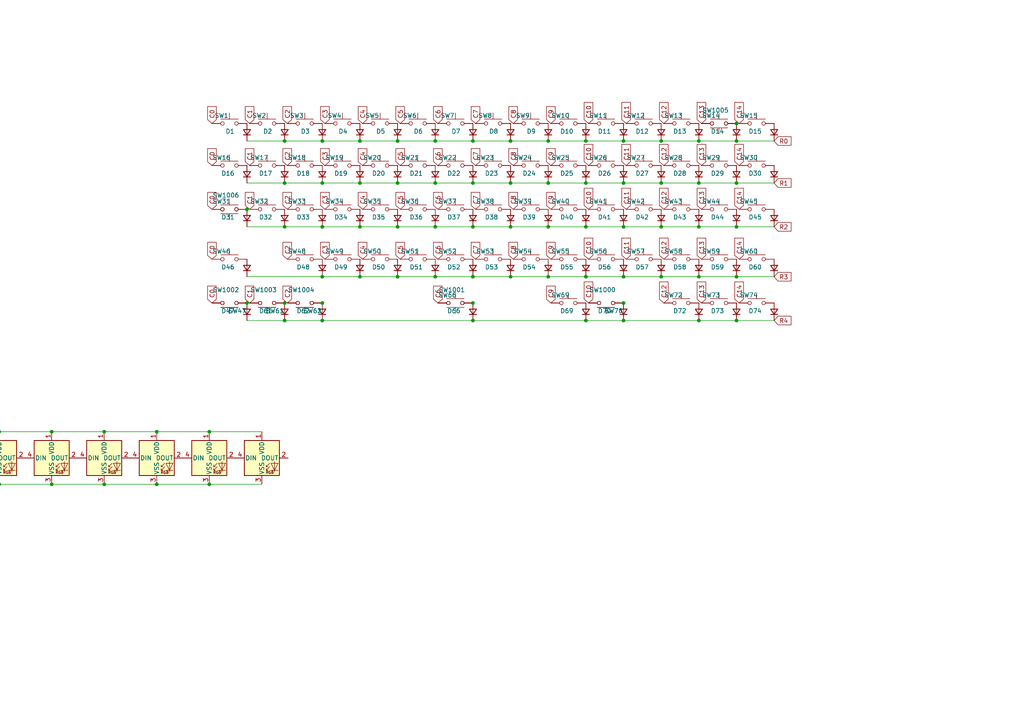
<source format=kicad_sch>
(kicad_sch (version 20240417) (generator "eeschema") (generator_version "8.99")
  (paper "A4")
  (lib_symbols
    (symbol "Connector:Conn_01x04_Pin" (pin_names (offset 1.016) hide)
      (property "Reference" "J" (at 0 5.08 0))
      (property "Value" "Conn_01x04_Pin" (at 0 -7.62 0))
      (symbol "Conn_01x04_Pin_1_1"
        (pin passive line (at 5.08 2.54 180) (length 3.81) (name "Pin_1") (number "1"))
        (pin passive line (at 5.08 0 180) (length 3.81) (name "Pin_2") (number "2"))
        (pin passive line (at 5.08 -2.54 180) (length 3.81) (name "Pin_3") (number "3"))
        (pin passive line (at 5.08 -5.08 180) (length 3.81) (name "Pin_4") (number "4"))
      )
    )
    (symbol "Connector:Conn_01x05_Socket" (pin_names (offset 1.016) hide)
      (property "Reference" "J" (at 0 7.62 0))
      (property "Value" "Conn_01x05_Socket" (at 0 -7.62 0))
      (symbol "Conn_01x05_Socket_1_1"
        (pin passive line (at -5.08 5.08 0) (length 3.81) (name "Pin_1") (number "1"))
        (pin passive line (at -5.08 2.54 0) (length 3.81) (name "Pin_2") (number "2"))
        (pin passive line (at -5.08 0 0) (length 3.81) (name "Pin_3") (number "3"))
        (pin passive line (at -5.08 -2.54 0) (length 3.81) (name "Pin_4") (number "4"))
        (pin passive line (at -5.08 -5.08 0) (length 3.81) (name "Pin_5") (number "5"))
      )
    )
    (symbol "Connector:USB_C_Receptacle_USB2.0_14P" (pin_names (offset 1.016))
      (property "Reference" "J" (at 0 22.225 0))
      (property "Value" "USB_C_Receptacle_USB2.0_14P" (at 0 19.685 0))
      (symbol "USB_C_Receptacle_USB2.0_14P_1_1"
        (pin passive line (at 0 -22.86 90) (length 5.08) (name "GND") (number "A1"))
        (pin passive line (at 0 -22.86 90) (length 5.08) hide (name "GND") (number "A12"))
        (pin passive line (at 15.24 15.24 180) (length 5.08) (name "VBUS") (number "A4"))
        (pin bidirectional line (at 15.24 10.16 180) (length 5.08) (name "CC1") (number "A5"))
        (pin bidirectional line (at 15.24 -2.54 180) (length 5.08) (name "D+") (number "A6"))
        (pin bidirectional line (at 15.24 2.54 180) (length 5.08) (name "D-") (number "A7"))
        (pin passive line (at 15.24 15.24 180) (length 5.08) hide (name "VBUS") (number "A9"))
        (pin passive line (at 0 -22.86 90) (length 5.08) hide (name "GND") (number "B1"))
        (pin passive line (at 0 -22.86 90) (length 5.08) hide (name "GND") (number "B12"))
        (pin passive line (at 15.24 15.24 180) (length 5.08) hide (name "VBUS") (number "B4"))
        (pin bidirectional line (at 15.24 7.62 180) (length 5.08) (name "CC2") (number "B5"))
        (pin bidirectional line (at 15.24 -5.08 180) (length 5.08) (name "D+") (number "B6"))
        (pin bidirectional line (at 15.24 0 180) (length 5.08) (name "D-") (number "B7"))
        (pin passive line (at 15.24 15.24 180) (length 5.08) hide (name "VBUS") (number "B9"))
        (pin passive line (at -7.62 -22.86 90) (length 5.08) (name "SHIELD") (number "S1"))
      )
    )
    (symbol "Device:C_Small" (pin_numbers hide) (pin_names (offset 0.254) hide)
      (property "Reference" "C" (at 0.254 1.778 0))
      (property "Value" "C_Small" (at 0.254 -2.032 0))
      (symbol "C_Small_1_1"
        (pin passive line (at 0 2.54 270) (length 2.032) (name "~") (number "1"))
        (pin passive line (at 0 -2.54 90) (length 2.032) (name "~") (number "2"))
      )
    )
    (symbol "Device:D_Small" (pin_numbers hide) (pin_names (offset 0.254) hide)
      (property "Reference" "D" (at -1.27 2.032 0))
      (property "Value" "D_Small" (at -3.81 -2.032 0))
      (symbol "D_Small_1_1"
        (pin passive line (at -2.54 0 0) (length 1.778) (name "K") (number "1"))
        (pin passive line (at 2.54 0 180) (length 1.778) (name "A") (number "2"))
      )
    )
    (symbol "Device:LED" (pin_numbers hide) (pin_names (offset 1.016) hide)
      (property "Reference" "D" (at 0 2.54 0))
      (property "Value" "LED" (at 0 -2.54 0))
      (symbol "LED_1_1"
        (pin passive line (at -3.81 0 0) (length 2.54) (name "K") (number "1"))
        (pin passive line (at 3.81 0 180) (length 2.54) (name "A") (number "2"))
      )
    )
    (symbol "Device:R" (pin_numbers hide) (pin_names (offset 0))
      (property "Reference" "R" (at 2.032 0 90))
      (property "Value" "R" (at 0 0 90))
      (symbol "R_1_1"
        (pin passive line (at 0 3.81 270) (length 1.27) (name "~") (number "1"))
        (pin passive line (at 0 -3.81 90) (length 1.27) (name "~") (number "2"))
      )
    )
    (symbol "Device:R_Small" (pin_numbers hide) (pin_names (offset 0.254) hide)
      (property "Reference" "R" (at 0.762 0.508 0))
      (property "Value" "R_Small" (at 0.762 -1.016 0))
      (symbol "R_Small_1_1"
        (pin passive line (at 0 2.54 270) (length 0.762) (name "~") (number "1"))
        (pin passive line (at 0 -2.54 90) (length 0.762) (name "~") (number "2"))
      )
    )
    (symbol "LED:WS2812B" (pin_names (offset 0.254))
      (property "Reference" "D" (at 5.08 5.715 0))
      (property "Value" "WS2812B" (at 1.27 -5.715 0))
      (symbol "WS2812B_0_0"
        (text "RGB" (at 2.286 -4.191 0) (effects (font (size 0.762 0.762))))
      )
      (symbol "WS2812B_1_1"
        (pin power_in line (at 0 7.62 270) (length 2.54) (name "VDD") (number "1"))
        (pin output line (at 7.62 0 180) (length 2.54) (name "DOUT") (number "2"))
        (pin power_in line (at 0 -7.62 90) (length 2.54) (name "VSS") (number "3"))
        (pin input line (at -7.62 0 0) (length 2.54) (name "DIN") (number "4"))
      )
    )
    (symbol "Power_Protection:USBLC6-2SC6" (pin_names hide)
      (property "Reference" "U" (at 0.635 5.715 0))
      (property "Value" "USBLC6-2SC6" (at 0.635 3.81 0))
      (symbol "USBLC6-2SC6_1_1"
        (pin passive line (at -5.08 0 0) (length 2.54) (name "I/O1") (number "1"))
        (pin passive line (at 0 -7.62 90) (length 2.54) (name "GND") (number "2"))
        (pin passive line (at -5.08 -2.54 0) (length 2.54) (name "I/O2") (number "3"))
        (pin passive line (at 5.08 -2.54 180) (length 2.54) (name "I/O2") (number "4"))
        (pin passive line (at 0 5.08 270) (length 2.54) (name "VBUS") (number "5"))
        (pin passive line (at 5.08 0 180) (length 2.54) (name "I/O1") (number "6"))
      )
    )
    (symbol "Regulator_Linear:AMS1117"
      (property "Reference" "U" (at -3.81 3.175 0))
      (property "Value" "AMS1117" (at 0 3.175 0))
      (symbol "AMS1117_1_1"
        (pin input line (at 0 -7.62 90) (length 2.54) (name "ADJ") (number "1"))
        (pin power_out line (at 7.62 0 180) (length 2.54) (name "VO") (number "2"))
        (pin power_in line (at -7.62 0 0) (length 2.54) (name "VI") (number "3"))
      )
    )
    (symbol "Switch:SW_Push" (pin_numbers hide) (pin_names (offset 1.016) hide)
      (property "Reference" "SW" (at 1.27 2.54 0))
      (property "Value" "SW_Push" (at 0 -1.524 0))
      (symbol "SW_Push_0_1"
        (pin passive line (at -5.08 0 0) (length 2.54) (name "1") (number "1"))
        (pin passive line (at 5.08 0 180) (length 2.54) (name "2") (number "2"))
      )
    )
    (symbol "power:+3.3V" (power) (pin_numbers hide) (pin_names (offset 0) hide)
      (property "Value" "+3.3V" (at 0 3.556 0))
      (symbol "+3.3V_1_1"
        (pin power_in line (at 0 0 90) (length 0) (name "~") (number "1"))
      )
    )
    (symbol "power:+5V" (power) (pin_numbers hide) (pin_names (offset 0) hide)
      (property "Value" "+5V" (at 0 3.556 0))
      (symbol "+5V_1_1"
        (pin power_in line (at 0 0 90) (length 0) (name "~") (number "1"))
      )
    )
    (symbol "power:GND" (power) (pin_numbers hide) (pin_names (offset 0) hide)
      (property "Value" "GND" (at 0 -3.81 0))
      (symbol "GND_1_1"
        (pin power_in line (at 0 0 270) (length 0) (name "~") (number "1"))
      )
    )
    (symbol "stm32f072:STM32F072-LQFP48-acheronSymbols" (pin_names (offset 1.016))
      (property "Reference" "U1" (at -1.905 3.175 0))
      (property "Value" "STM32F072-LQFP48" (at -15.24 -1.27 0))
      (symbol "STM32F072-LQFP48-acheronSymbols_1_1"
        (pin power_in line (at -43.18 35.56 0) (length 2.54) (name "VBAT") (number "1"))
        (pin bidirectional line (at -43.18 -21.59 0) (length 2.54) (name "PA0/ADC_IN0") (number "10"))
        (pin bidirectional line (at -43.18 -27.94 0) (length 2.54) (name "PA1/ADC_IN1") (number "11"))
        (pin bidirectional line (at -43.18 -34.29 0) (length 2.54) (name "PA2/ADC_IN2") (number "12"))
        (pin bidirectional line (at -34.29 -43.18 90) (length 2.54) (name "PA3/TIM15_CH2/ADC_IN3") (number "13"))
        (pin bidirectional line (at -27.94 -43.18 90) (length 2.54) (name "PA4/TIM14_CH1/ADC_IN4") (number "14"))
        (pin bidirectional line (at -21.59 -43.18 90) (length 2.54) (name "PA5/ADC_IN5/DAC_OUT2") (number "15"))
        (pin bidirectional line (at -15.24 -43.18 90) (length 2.54) (name "PA6/ADC_IN6/TIM3_CH1/TIM16_CH1") (number "16"))
        (pin bidirectional line (at -8.89 -43.18 90) (length 2.54) (name "PA7/TIM3_CH2/TIM14_CH1/ADC_IN7") (number "17"))
        (pin bidirectional line (at -2.54 -43.18 90) (length 2.54) (name "PB0/TIM3_CH3/ADC_IN8") (number "18"))
        (pin bidirectional line (at 3.81 -43.18 90) (length 2.54) (name "PB1/TIM3_CH4/TIM14_CH1/ADC_IN9") (number "19"))
        (pin bidirectional line (at -43.18 29.21 0) (length 2.54) (name "PC13") (number "2"))
        (pin bidirectional line (at 10.16 -43.18 90) (length 2.54) (name "PB2") (number "20"))
        (pin bidirectional line (at 16.51 -43.18 90) (length 2.54) (name "PB10/SPI2_SCK/I2C2_SCL/TIM2_CH3") (number "21"))
        (pin bidirectional line (at 22.86 -43.18 90) (length 2.54) (name "PB11/TIM2_CH4/I2C2_SDA") (number "22"))
        (pin power_in line (at 29.21 -43.18 90) (length 2.54) (name "VSS") (number "23"))
        (pin power_in line (at 35.56 -43.18 90) (length 2.54) (name "VDD") (number "24"))
        (pin bidirectional line (at 44.45 -35.56 180) (length 2.54) (name "PB12") (number "25"))
        (pin bidirectional line (at 44.45 -29.21 180) (length 2.54) (name "SPI2_SCK/I2S2_CK/I2C2_SCL/PB13") (number "26"))
        (pin bidirectional line (at 44.45 -22.86 180) (length 2.54) (name "PB14/SPI2_MISO/I2S2_MCK/I2C2_SDA/TIM15_CH1/PB15") (number "27"))
        (pin bidirectional line (at 44.45 -16.51 180) (length 2.54) (name "SPI2_MOSI/I2S2_SD/PB15") (number "28"))
        (pin bidirectional line (at 44.45 -10.16 180) (length 2.54) (name "TIM1_CH1/PA8") (number "29"))
        (pin bidirectional line (at -43.18 22.86 0) (length 2.54) (name "PC14/OSC32_IN") (number "3"))
        (pin bidirectional line (at 44.45 -3.81 180) (length 2.54) (name "TIM1_CH2/PA9") (number "30"))
        (pin bidirectional line (at 44.45 2.54 180) (length 2.54) (name "TIM1_CH3/PA10") (number "31"))
        (pin bidirectional line (at 44.45 8.89 180) (length 2.54) (name "USB_DM/TIM1_CH4/PA11") (number "32"))
        (pin bidirectional line (at 44.45 15.24 180) (length 2.54) (name "USB_DP/PA12") (number "33"))
        (pin bidirectional line (at 44.45 21.59 180) (length 2.54) (name "SWDIO/PA13") (number "34"))
        (pin power_in line (at 44.45 27.94 180) (length 2.54) (name "VSS") (number "35"))
        (pin power_in line (at 44.45 34.29 180) (length 2.54) (name "VDDIO2") (number "36"))
        (pin bidirectional line (at 35.56 44.45 270) (length 2.54) (name "SWCLK/PA14") (number "37"))
        (pin bidirectional line (at 29.21 44.45 270) (length 2.54) (name "PA2") (number "38"))
        (pin bidirectional line (at 22.86 44.45 270) (length 2.54) (name "SPI1_SCK/I2S1_CK/TIM2_CH2/PB3") (number "39"))
        (pin bidirectional line (at -43.18 16.51 0) (length 2.54) (name "PC15/OSC32_OUT") (number "4"))
        (pin bidirectional line (at 16.51 44.45 270) (length 2.54) (name "SPI1_MISO/I2S1_MCK/TIM3_CH1/PB4") (number "40"))
        (pin bidirectional line (at 10.16 44.45 270) (length 2.54) (name "SPI1_MOSI/I2S1_SD/TIM3_CH2/PB5") (number "41"))
        (pin bidirectional line (at 3.81 44.45 270) (length 2.54) (name "I2C1_SCL/PB6") (number "42"))
        (pin bidirectional line (at -2.54 44.45 270) (length 2.54) (name "2C1_SDA/PB7") (number "43"))
        (pin output line (at -8.89 44.45 270) (length 2.54) (name "BOOT0") (number "44"))
        (pin bidirectional line (at -15.24 44.45 270) (length 2.54) (name "I2C1_SCL/TIM16_CH1/PB8") (number "45"))
        (pin input line (at -21.59 44.45 270) (length 2.54) (name "SPI2_NSS/I2S2_WS/I2C1_SDA/TIM17_CH1/PB9") (number "46"))
        (pin input line (at -27.94 44.45 270) (length 2.54) (name "VSS") (number "47"))
        (pin input line (at -34.29 44.45 270) (length 2.54) (name "VDD") (number "48"))
        (pin bidirectional line (at -43.18 10.16 0) (length 2.54) (name "PF0/OSC_IN") (number "5"))
        (pin bidirectional line (at -43.18 3.81 0) (length 2.54) (name "PF1/OSC_OUT") (number "6"))
        (pin input line (at -43.18 -2.54 0) (length 2.54) (name "NRST") (number "7"))
        (pin power_in line (at -43.18 -8.89 0) (length 2.54) (name "VSSA") (number "8"))
        (pin power_in line (at -43.18 -15.24 0) (length 2.54) (name "VDDA") (number "9"))
      )
    )
  )
  (junction (at 213.614 35.814))
  (junction (at -30.734 140.462))
  (junction (at 93.472 53.086))
  (junction (at -220.472 66.548))
  (junction (at -135.636 68.072))
  (junction (at 115.316 65.786))
  (junction (at 82.55 40.894))
  (junction (at 148.082 40.894))
  (junction (at 126.238 65.786))
  (junction (at -0.254 140.462))
  (junction (at 213.614 80.264))
  (junction (at 202.692 65.786))
  (junction (at 148.082 53.086))
  (junction (at -113.792 2.032))
  (junction (at 82.55 53.086))
  (junction (at 169.926 65.786))
  (junction (at 191.77 65.786))
  (junction (at -131.318 62.992))
  (junction (at -198.374 70.358))
  (junction (at -106.934 125.222))
  (junction (at -152.654 140.462))
  (junction (at -113.792 6.35))
  (junction (at 169.926 40.894))
  (junction (at 159.004 40.894))
  (junction (at -76.454 125.222))
  (junction (at -167.894 125.222))
  (junction (at 137.16 80.264))
  (junction (at 137.16 87.884))
  (junction (at -122.174 140.462))
  (junction (at 213.614 65.786))
  (junction (at -220.472 65.278))
  (junction (at 82.55 87.884))
  (junction (at 159.004 53.086))
  (junction (at -15.494 140.462))
  (junction (at 115.316 80.264))
  (junction (at -106.934 140.462))
  (junction (at 169.926 92.964))
  (junction (at 71.628 60.706))
  (junction (at 104.394 53.086))
  (junction (at -152.654 125.222))
  (junction (at -118.872 2.032))
  (junction (at 180.848 92.964))
  (junction (at 180.848 80.264))
  (junction (at -183.134 140.462))
  (junction (at -220.472 58.928))
  (junction (at 93.472 40.894))
  (junction (at -76.454 140.462))
  (junction (at 169.926 80.264))
  (junction (at 115.316 53.086))
  (junction (at -220.472 51.308))
  (junction (at 45.466 125.222))
  (junction (at 93.472 65.786))
  (junction (at -220.472 64.008))
  (junction (at 159.004 65.786))
  (junction (at -198.374 65.278))
  (junction (at -106.934 4.064))
  (junction (at 202.692 80.264))
  (junction (at 213.614 53.086))
  (junction (at 169.926 53.086))
  (junction (at 148.082 80.264))
  (junction (at -183.134 125.222))
  (junction (at -137.414 125.222))
  (junction (at 60.706 140.462))
  (junction (at -220.472 56.388))
  (junction (at 202.692 92.964))
  (junction (at 82.55 65.786))
  (junction (at -61.214 125.222))
  (junction (at 191.77 40.894))
  (junction (at -220.472 69.088))
  (junction (at -167.894 140.462))
  (junction (at 180.848 65.786))
  (junction (at -50.546 99.568))
  (junction (at 137.16 92.964))
  (junction (at 82.55 92.964))
  (junction (at -198.374 67.818))
  (junction (at -128.524 18.034))
  (junction (at -38.1 25.146))
  (junction (at 137.16 40.894))
  (junction (at -220.472 71.628))
  (junction (at 45.466 140.462))
  (junction (at -61.214 140.462))
  (junction (at -33.782 20.066))
  (junction (at 180.848 40.894))
  (junction (at 14.986 125.222))
  (junction (at -139.954 -2.54))
  (junction (at 104.394 80.264))
  (junction (at -50.546 103.886))
  (junction (at -33.782 25.146))
  (junction (at 126.238 80.264))
  (junction (at -106.934 -3.556))
  (junction (at -0.254 125.222))
  (junction (at 115.316 40.894))
  (junction (at -55.626 99.568))
  (junction (at -55.626 103.886))
  (junction (at -118.872 6.35))
  (junction (at 30.226 140.462))
  (junction (at 71.628 87.884))
  (junction (at 213.614 40.894))
  (junction (at -243.332 89.408))
  (junction (at 126.238 53.086))
  (junction (at -137.414 140.462))
  (junction (at -198.374 62.738))
  (junction (at 60.706 125.222))
  (junction (at -91.694 125.222))
  (junction (at -137.16 -2.54))
  (junction (at 202.692 40.894))
  (junction (at -45.974 125.222))
  (junction (at -122.174 125.222))
  (junction (at -30.734 125.222))
  (junction (at 137.16 53.086))
  (junction (at 93.472 80.264))
  (junction (at 180.848 87.884))
  (junction (at -15.494 125.222))
  (junction (at 93.472 92.964))
  (junction (at -131.318 68.072))
  (junction (at 126.238 40.894))
  (junction (at 180.848 53.086))
  (junction (at -235.712 89.408))
  (junction (at -45.974 140.462))
  (junction (at 14.986 140.462))
  (junction (at 137.16 65.786))
  (junction (at -38.1 20.066))
  (junction (at 104.394 40.894))
  (junction (at 30.226 125.222))
  (junction (at 202.692 53.086))
  (junction (at 104.394 65.786))
  (junction (at 148.082 65.786))
  (junction (at 159.004 80.264))
  (junction (at -220.472 57.658))
  (junction (at 191.77 80.264))
  (junction (at 213.614 92.964))
  (junction (at -135.636 62.992))
  (junction (at -91.694 140.462))
  (junction (at 191.77 53.086))
  (junction (at 93.472 87.884))
  (no_connect (at -128.524 49.784))
  (no_connect (at -128.524 43.434))
  (wire (pts (xy -45.974 125.222) (xy -30.734 125.222)))
  (wire (pts (xy 93.472 92.964) (xy 137.16 92.964)))
  (wire (pts (xy 169.926 53.086) (xy 180.848 53.086)))
  (wire (pts (xy -150.114 -2.54) (xy -150.114 -6.35)))
  (wire (pts (xy 14.986 125.222) (xy 30.226 125.222)))
  (wire (pts (xy -91.694 125.222) (xy -76.454 125.222)))
  (wire (pts (xy 93.472 65.786) (xy 104.394 65.786)))
  (wire (pts (xy 93.472 53.086) (xy 104.394 53.086)))
  (wire (pts (xy -128.524 68.072) (xy -131.318 68.072)))
  (wire (pts (xy -131.318 68.072) (xy -135.636 68.072)))
  (wire (pts (xy 191.77 80.264) (xy 202.692 80.264)))
  (wire (pts (xy -220.472 64.008) (xy -220.472 65.278)))
  (wire (pts (xy 30.226 125.222) (xy 45.466 125.222)))
  (wire (pts (xy -137.16 -7.874) (xy -139.954 -7.874)))
  (wire (pts (xy 169.926 40.894) (xy 180.848 40.894)))
  (wire (pts (xy -55.626 96.774) (xy -56.134 96.774)))
  (wire (pts (xy -113.792 9.144) (xy -113.284 9.144)))
  (wire (pts (xy -55.626 103.886) (xy -55.626 99.568)))
  (wire (pts (xy 213.614 40.894) (xy 224.536 40.894)))
  (wire (pts (xy -122.174 140.462) (xy -106.934 140.462)))
  (wire (pts (xy 93.472 80.264) (xy 104.394 80.264)))
  (wire (pts (xy 159.004 80.264) (xy 169.926 80.264)))
  (wire (pts (xy -183.134 140.462) (xy -167.894 140.462)))
  (wire (pts (xy 202.692 53.086) (xy 213.614 53.086)))
  (wire (pts (xy -128.524 62.992) (xy -128.524 62.484)))
  (wire (pts (xy -30.734 140.462) (xy -15.494 140.462)))
  (wire (pts (xy -243.332 89.408) (xy -235.712 89.408)))
  (wire (pts (xy -137.414 125.222) (xy -122.174 125.222)))
  (wire (pts (xy -15.494 140.462) (xy -0.254 140.462)))
  (wire (pts (xy -45.974 140.462) (xy -30.734 140.462)))
  (wire (pts (xy -55.626 99.568) (xy -55.626 96.774)))
  (wire (pts (xy 213.614 65.786) (xy 224.536 65.786)))
  (wire (pts (xy -137.414 140.462) (xy -122.174 140.462)))
  (wire (pts (xy 191.77 65.786) (xy 202.692 65.786)))
  (wire (pts (xy -118.872 6.35) (xy -118.872 2.032)))
  (wire (pts (xy 115.316 40.894) (xy 126.238 40.894)))
  (wire (pts (xy 82.55 53.086) (xy 93.472 53.086)))
  (wire (pts (xy 104.394 80.264) (xy 115.316 80.264)))
  (wire (pts (xy 71.628 40.894) (xy 82.55 40.894)))
  (wire (pts (xy 115.316 65.786) (xy 126.238 65.786)))
  (wire (pts (xy 180.848 40.894) (xy 191.77 40.894)))
  (wire (pts (xy 169.926 92.964) (xy 180.848 92.964)))
  (wire (pts (xy -198.374 67.818) (xy -220.472 67.818)))
  (wire (pts (xy -137.16 -2.54) (xy -137.16 -2.794)))
  (wire (pts (xy 126.238 65.786) (xy 137.16 65.786)))
  (wire (pts (xy 169.926 65.786) (xy 180.848 65.786)))
  (wire (pts (xy -15.494 125.222) (xy -0.254 125.222)))
  (wire (pts (xy -119.634 9.144) (xy -118.872 9.144)))
  (wire (pts (xy 180.848 92.964) (xy 202.692 92.964)))
  (wire (pts (xy 137.16 92.964) (xy 169.926 92.964)))
  (wire (pts (xy -50.546 96.774) (xy -50.546 99.568)))
  (wire (pts (xy -139.954 -6.35) (xy -139.954 -2.54)))
  (wire (pts (xy 104.394 65.786) (xy 115.316 65.786)))
  (wire (pts (xy 213.614 92.964) (xy 224.536 92.964)))
  (wire (pts (xy 126.238 53.086) (xy 137.16 53.086)))
  (wire (pts (xy -152.654 125.222) (xy -137.414 125.222)))
  (wire (pts (xy -33.782 25.146) (xy -38.1 25.146)))
  (wire (pts (xy -106.934 125.222) (xy -91.694 125.222)))
  (wire (pts (xy 71.628 92.964) (xy 82.55 92.964)))
  (wire (pts (xy 191.77 40.894) (xy 202.692 40.894)))
  (wire (pts (xy 71.628 80.264) (xy 93.472 80.264)))
  (wire (pts (xy 126.238 40.894) (xy 137.16 40.894)))
  (wire (pts (xy -118.872 9.144) (xy -118.872 6.35)))
  (wire (pts (xy -0.254 125.222) (xy 14.986 125.222)))
  (wire (pts (xy 180.848 53.086) (xy 191.77 53.086)))
  (wire (pts (xy -167.894 140.462) (xy -152.654 140.462)))
  (wire (pts (xy -220.472 56.388) (xy -220.472 57.658)))
  (wire (pts (xy -61.214 140.462) (xy -45.974 140.462)))
  (wire (pts (xy 115.316 80.264) (xy 126.238 80.264)))
  (wire (pts (xy 191.77 53.086) (xy 202.692 53.086)))
  (wire (pts (xy 82.55 65.786) (xy 93.472 65.786)))
  (wire (pts (xy -38.1 20.066) (xy -33.782 20.066)))
  (wire (pts (xy -220.472 65.278) (xy -198.374 65.278)))
  (wire (pts (xy -135.636 62.992) (xy -131.318 62.992)))
  (wire (pts (xy -40.894 20.066) (xy -38.1 20.066)))
  (wire (pts (xy 82.55 40.894) (xy 93.472 40.894)))
  (wire (pts (xy -49.784 96.774) (xy -50.546 96.774)))
  (wire (pts (xy 137.16 53.086) (xy 148.082 53.086)))
  (wire (pts (xy 180.848 80.264) (xy 191.77 80.264)))
  (wire (pts (xy 159.004 40.894) (xy 169.926 40.894)))
  (wire (pts (xy -139.954 -2.54) (xy -137.16 -2.54)))
  (wire (pts (xy -147.574 -2.54) (xy -150.114 -2.54)))
  (wire (pts (xy 137.16 80.264) (xy 148.082 80.264)))
  (wire (pts (xy -76.454 140.462) (xy -61.214 140.462)))
  (wire (pts (xy -113.792 6.35) (xy -113.792 9.144)))
  (wire (pts (xy 104.394 40.894) (xy 115.316 40.894)))
  (wire (pts (xy 60.706 125.222) (xy 75.946 125.222)))
  (wire (pts (xy 71.628 53.086) (xy 82.55 53.086)))
  (wire (pts (xy 202.692 40.894) (xy 213.614 40.894)))
  (wire (pts (xy 14.986 140.462) (xy 30.226 140.462)))
  (wire (pts (xy -122.174 125.222) (xy -106.934 125.222)))
  (wire (pts (xy 213.614 53.086) (xy 224.536 53.086)))
  (wire (pts (xy -142.494 -2.54) (xy -139.954 -2.54)))
  (wire (pts (xy -198.374 67.818) (xy -187.198 67.818)))
  (wire (pts (xy 202.692 92.964) (xy 213.614 92.964)))
  (wire (pts (xy 159.004 65.786) (xy 169.926 65.786)))
  (wire (pts (xy 148.082 80.264) (xy 159.004 80.264)))
  (wire (pts (xy 148.082 40.894) (xy 159.004 40.894)))
  (wire (pts (xy -61.214 125.222) (xy -45.974 125.222)))
  (wire (pts (xy -220.472 69.088) (xy -220.472 71.628)))
  (wire (pts (xy 180.848 65.786) (xy 191.77 65.786)))
  (wire (pts (xy 60.706 140.462) (xy 75.946 140.462)))
  (wire (pts (xy 202.692 65.786) (xy 213.614 65.786)))
  (wire (pts (xy -91.694 140.462) (xy -76.454 140.462)))
  (wire (pts (xy -30.734 125.222) (xy -15.494 125.222)))
  (wire (pts (xy -113.792 2.032) (xy -113.792 6.35)))
  (wire (pts (xy 93.472 40.894) (xy 104.394 40.894)))
  (wire (pts (xy 213.614 80.264) (xy 224.536 80.264)))
  (wire (pts (xy 45.466 125.222) (xy 60.706 125.222)))
  (wire (pts (xy 169.926 80.264) (xy 180.848 80.264)))
  (wire (pts (xy 45.466 140.462) (xy 60.706 140.462)))
  (wire (pts (xy -167.894 125.222) (xy -152.654 125.222)))
  (wire (pts (xy -50.546 99.568) (xy -50.546 103.886)))
  (wire (pts (xy 202.692 80.264) (xy 213.614 80.264)))
  (wire (pts (xy -76.454 125.222) (xy -61.214 125.222)))
  (wire (pts (xy 82.55 92.964) (xy 93.472 92.964)))
  (wire (pts (xy 148.082 65.786) (xy 159.004 65.786)))
  (wire (pts (xy 137.16 40.894) (xy 148.082 40.894)))
  (wire (pts (xy 71.628 65.786) (xy 82.55 65.786)))
  (wire (pts (xy -152.654 140.462) (xy -137.414 140.462)))
  (wire (pts (xy -106.934 140.462) (xy -91.694 140.462)))
  (wire (pts (xy -128.524 68.834) (xy -128.524 68.072)))
  (wire (pts (xy -38.1 25.146) (xy -40.894 25.146)))
  (wire (pts (xy -40.894 25.146) (xy -40.894 25.654)))
  (wire (pts (xy -220.472 67.818) (xy -220.472 69.088)))
  (wire (pts (xy -0.254 140.462) (xy 14.986 140.462)))
  (wire (pts (xy 104.394 53.086) (xy 115.316 53.086)))
  (wire (pts (xy 137.16 65.786) (xy 148.082 65.786)))
  (wire (pts (xy 126.238 80.264) (xy 137.16 80.264)))
  (wire (pts (xy 115.316 53.086) (xy 126.238 53.086)))
  (wire (pts (xy 148.082 53.086) (xy 159.004 53.086)))
  (wire (pts (xy -220.472 57.658) (xy -220.472 58.928)))
  (wire (pts (xy -183.134 125.222) (xy -167.894 125.222)))
  (wire (pts (xy -220.472 65.278) (xy -220.472 66.548)))
  (wire (pts (xy -40.894 19.304) (xy -40.894 20.066)))
  (wire (pts (xy -131.318 62.992) (xy -128.524 62.992)))
  (wire (pts (xy 159.004 53.086) (xy 169.926 53.086)))
  (wire (pts (xy 30.226 140.462) (xy 45.466 140.462)))
  (wire (pts (xy -198.374 65.278) (xy -187.198 65.278)))
  (global_label "C0" (shape input) (at -62.484 96.774 270) (property "Intersheetrefs" "${INTERSHEET_REFS}" (effects (hide yes))))
  (global_label "D+" (shape input) (at -177.038 67.818 0) (property "Intersheetrefs" "${INTERSHEET_REFS}" (effects (hide yes))))
  (global_label "boot" (shape input) (at -94.234 9.144 90) (property "Intersheetrefs" "${INTERSHEET_REFS}" (effects (hide yes))))
  (global_label "C11" (shape input) (at 181.61 60.706 90) (property "Intersheetrefs" "${INTERSHEET_REFS}" (effects (hide yes))))
  (global_label "C3" (shape input) (at 94.234 60.706 90) (property "Intersheetrefs" "${INTERSHEET_REFS}" (effects (hide yes))))
  (global_label "C2" (shape input) (at 83.312 48.006 90) (property "Intersheetrefs" "${INTERSHEET_REFS}" (effects (hide yes))))
  (global_label "C4" (shape input) (at 105.156 35.814 90) (property "Intersheetrefs" "${INTERSHEET_REFS}" (effects (hide yes))))
  (global_label "C14" (shape input) (at 214.376 60.706 90) (property "Intersheetrefs" "${INTERSHEET_REFS}" (effects (hide yes))))
  (global_label "DIO" (shape input) (at -83.566 66.548 270) (property "Intersheetrefs" "${INTERSHEET_REFS}" (effects (hide yes))))
  (global_label "RST" (shape input) (at -86.106 66.548 270) (property "Intersheetrefs" "${INTERSHEET_REFS}" (effects (hide yes))))
  (global_label "C1" (shape input) (at 72.39 35.814 90) (property "Intersheetrefs" "${INTERSHEET_REFS}" (effects (hide yes))))
  (global_label "RGB" (shape input) (at -94.234 96.774 270) (property "Intersheetrefs" "${INTERSHEET_REFS}" (effects (hide yes))))
  (global_label "C6" (shape input) (at 127 87.884 90) (property "Intersheetrefs" "${INTERSHEET_REFS}" (effects (hide yes))))
  (global_label "C7" (shape input) (at -113.284 96.774 270) (property "Intersheetrefs" "${INTERSHEET_REFS}" (effects (hide yes))))
  (global_label "C8" (shape input) (at 148.844 75.184 90) (property "Intersheetrefs" "${INTERSHEET_REFS}" (effects (hide yes))))
  (global_label "C9" (shape input) (at -128.524 24.384 180) (property "Intersheetrefs" "${INTERSHEET_REFS}" (effects (hide yes))))
  (global_label "C11" (shape input) (at 181.61 75.184 90) (property "Intersheetrefs" "${INTERSHEET_REFS}" (effects (hide yes))))
  (global_label "RST" (shape input) (at -128.524 56.134 180) (property "Intersheetrefs" "${INTERSHEET_REFS}" (effects (hide yes))))
  (global_label "C9" (shape input) (at 159.766 35.814 90) (property "Intersheetrefs" "${INTERSHEET_REFS}" (effects (hide yes))))
  (global_label "D+" (shape input) (at -40.894 38.354 0) (property "Intersheetrefs" "${INTERSHEET_REFS}" (effects (hide yes))))
  (global_label "C13" (shape input) (at 203.454 48.006 90) (property "Intersheetrefs" "${INTERSHEET_REFS}" (effects (hide yes))))
  (global_label "C6" (shape input) (at 127 60.706 90) (property "Intersheetrefs" "${INTERSHEET_REFS}" (effects (hide yes))))
  (global_label "R3" (shape input) (at -40.894 70.104 0) (property "Intersheetrefs" "${INTERSHEET_REFS}" (effects (hide yes))))
  (global_label "C13" (shape input) (at 203.454 60.706 90) (property "Intersheetrefs" "${INTERSHEET_REFS}" (effects (hide yes))))
  (global_label "C5" (shape input) (at 116.078 48.006 90) (property "Intersheetrefs" "${INTERSHEET_REFS}" (effects (hide yes))))
  (global_label "C5" (shape input) (at 116.078 75.184 90) (property "Intersheetrefs" "${INTERSHEET_REFS}" (effects (hide yes))))
  (global_label "C7" (shape input) (at 137.922 60.706 90) (property "Intersheetrefs" "${INTERSHEET_REFS}" (effects (hide yes))))
  (global_label "C7" (shape input) (at 137.922 35.814 90) (property "Intersheetrefs" "${INTERSHEET_REFS}" (effects (hide yes))))
  (global_label "C1" (shape input) (at 72.39 87.884 90) (property "Intersheetrefs" "${INTERSHEET_REFS}" (effects (hide yes))))
  (global_label "C4" (shape input) (at 105.156 48.006 90) (property "Intersheetrefs" "${INTERSHEET_REFS}" (effects (hide yes))))
  (global_label "RGB" (shape input) (at -147.574 42.164 180) (property "Intersheetrefs" "${INTERSHEET_REFS}" (effects (hide yes))))
  (global_label "C5" (shape input) (at 116.078 60.706 90) (property "Intersheetrefs" "${INTERSHEET_REFS}" (effects (hide yes))))
  (global_label "R0" (shape input) (at -40.894 89.154 0) (property "Intersheetrefs" "${INTERSHEET_REFS}" (effects (hide yes))))
  (global_label "C8" (shape input) (at 148.844 48.006 90) (property "Intersheetrefs" "${INTERSHEET_REFS}" (effects (hide yes))))
  (global_label "C2" (shape input) (at 83.312 87.884 90) (property "Intersheetrefs" "${INTERSHEET_REFS}" (effects (hide yes))))
  (global_label "CLK" (shape input) (at -49.784 9.144 90) (property "Intersheetrefs" "${INTERSHEET_REFS}" (effects (hide yes))))
  (global_label "C2" (shape input) (at 83.312 35.814 90) (property "Intersheetrefs" "${INTERSHEET_REFS}" (effects (hide yes))))
  (global_label "C10" (shape input) (at 170.688 35.814 90) (property "Intersheetrefs" "${INTERSHEET_REFS}" (effects (hide yes))))
  (global_label "C14" (shape input) (at 214.376 35.814 90) (property "Intersheetrefs" "${INTERSHEET_REFS}" (effects (hide yes))))
  (global_label "C12" (shape input) (at -75.184 9.144 90) (property "Intersheetrefs" "${INTERSHEET_REFS}" (effects (hide yes))))
  (global_label "R4" (shape input) (at 224.536 92.964 0) (property "Intersheetrefs" "${INTERSHEET_REFS}" (effects (hide yes))))
  (global_label "C12" (shape input) (at 192.532 60.706 90) (property "Intersheetrefs" "${INTERSHEET_REFS}" (effects (hide yes))))
  (global_label "C1" (shape input) (at 72.39 48.006 90) (property "Intersheetrefs" "${INTERSHEET_REFS}" (effects (hide yes))))
  (global_label "C14" (shape input) (at -62.484 9.144 90) (property "Intersheetrefs" "${INTERSHEET_REFS}" (effects (hide yes))))
  (global_label "C11" (shape input) (at -81.534 9.144 90) (property "Intersheetrefs" "${INTERSHEET_REFS}" (effects (hide yes))))
  (global_label "C12" (shape input) (at 192.532 75.184 90) (property "Intersheetrefs" "${INTERSHEET_REFS}" (effects (hide yes))))
  (global_label "C12" (shape input) (at 192.532 48.006 90) (property "Intersheetrefs" "${INTERSHEET_REFS}" (effects (hide yes))))
  (global_label "C6" (shape input) (at -106.934 96.774 270) (property "Intersheetrefs" "${INTERSHEET_REFS}" (effects (hide yes))))
  (global_label "C13" (shape input) (at 203.454 87.884 90) (property "Intersheetrefs" "${INTERSHEET_REFS}" (effects (hide yes))))
  (global_label "R0" (shape input) (at 224.536 40.894 0) (property "Intersheetrefs" "${INTERSHEET_REFS}" (effects (hide yes))))
  (global_label "C14" (shape input) (at 214.376 87.884 90) (property "Intersheetrefs" "${INTERSHEET_REFS}" (effects (hide yes))))
  (global_label "C10" (shape input) (at 170.688 75.184 90) (property "Intersheetrefs" "${INTERSHEET_REFS}" (effects (hide yes))))
  (global_label "C14" (shape input) (at 214.376 75.184 90) (property "Intersheetrefs" "${INTERSHEET_REFS}" (effects (hide yes))))
  (global_label "C0" (shape input) (at 61.468 35.814 90) (property "Intersheetrefs" "${INTERSHEET_REFS}" (effects (hide yes))))
  (global_label "C6" (shape input) (at 127 48.006 90) (property "Intersheetrefs" "${INTERSHEET_REFS}" (effects (hide yes))))
  (global_label "C6" (shape input) (at 127 75.184 90) (property "Intersheetrefs" "${INTERSHEET_REFS}" (effects (hide yes))))
  (global_label "C4" (shape input) (at -87.884 96.774 270) (property "Intersheetrefs" "${INTERSHEET_REFS}" (effects (hide yes))))
  (global_label "C0" (shape input) (at 61.468 87.884 90) (property "Intersheetrefs" "${INTERSHEET_REFS}" (effects (hide yes))))
  (global_label "DIO" (shape input) (at -40.894 32.004 0) (property "Intersheetrefs" "${INTERSHEET_REFS}" (effects (hide yes))))
  (global_label "C1" (shape input) (at 72.39 60.706 90) (property "Intersheetrefs" "${INTERSHEET_REFS}" (effects (hide yes))))
  (global_label "C9" (shape input) (at 159.766 48.006 90) (property "Intersheetrefs" "${INTERSHEET_REFS}" (effects (hide yes))))
  (global_label "RGB" (shape input) (at -190.754 132.842 180) (property "Intersheetrefs" "${INTERSHEET_REFS}" (effects (hide yes))))
  (global_label "C11" (shape input) (at 181.61 48.006 90) (property "Intersheetrefs" "${INTERSHEET_REFS}" (effects (hide yes))))
  (global_label "C10" (shape input) (at -87.884 9.144 90) (property "Intersheetrefs" "${INTERSHEET_REFS}" (effects (hide yes))))
  (global_label "C1" (shape input) (at -68.834 96.774 270) (property "Intersheetrefs" "${INTERSHEET_REFS}" (effects (hide yes))))
  (global_label "C3" (shape input) (at 94.234 35.814 90) (property "Intersheetrefs" "${INTERSHEET_REFS}" (effects (hide yes))))
  (global_label "C0" (shape input) (at 61.468 48.006 90) (property "Intersheetrefs" "${INTERSHEET_REFS}" (effects (hide yes))))
  (global_label "C13" (shape input) (at 203.454 35.814 90) (property "Intersheetrefs" "${INTERSHEET_REFS}" (effects (hide yes))))
  (global_label "C12" (shape input) (at 192.532 87.884 90) (property "Intersheetrefs" "${INTERSHEET_REFS}" (effects (hide yes))))
  (global_label "C12" (shape input) (at 192.532 35.814 90) (property "Intersheetrefs" "${INTERSHEET_REFS}" (effects (hide yes))))
  (global_label "C6" (shape input) (at 127 35.814 90) (property "Intersheetrefs" "${INTERSHEET_REFS}" (effects (hide yes))))
  (global_label "C2" (shape input) (at 83.312 60.706 90) (property "Intersheetrefs" "${INTERSHEET_REFS}" (effects (hide yes))))
  (global_label "C4" (shape input) (at 105.156 75.184 90) (property "Intersheetrefs" "${INTERSHEET_REFS}" (effects (hide yes))))
  (global_label "C10" (shape input) (at 170.688 60.706 90) (property "Intersheetrefs" "${INTERSHEET_REFS}" (effects (hide yes))))
  (global_label "C3" (shape input) (at 94.234 75.184 90) (property "Intersheetrefs" "${INTERSHEET_REFS}" (effects (hide yes))))
  (global_label "C7" (shape input) (at 137.922 75.184 90) (property "Intersheetrefs" "${INTERSHEET_REFS}" (effects (hide yes))))
  (global_label "R3" (shape input) (at 224.536 80.264 0) (property "Intersheetrefs" "${INTERSHEET_REFS}" (effects (hide yes))))
  (global_label "C14" (shape input) (at 214.376 48.006 90) (property "Intersheetrefs" "${INTERSHEET_REFS}" (effects (hide yes))))
  (global_label "C8" (shape input) (at 148.844 35.814 90) (property "Intersheetrefs" "${INTERSHEET_REFS}" (effects (hide yes))))
  (global_label "boot" (shape input) (at -137.16 -7.874 90) (property "Intersheetrefs" "${INTERSHEET_REFS}" (effects (hide yes))))
  (global_label "R1" (shape input) (at 224.536 53.086 0) (property "Intersheetrefs" "${INTERSHEET_REFS}" (effects (hide yes))))
  (global_label "C2" (shape input) (at 83.312 75.184 90) (property "Intersheetrefs" "${INTERSHEET_REFS}" (effects (hide yes))))
  (global_label "R2" (shape input) (at -40.894 76.454 0) (property "Intersheetrefs" "${INTERSHEET_REFS}" (effects (hide yes))))
  (global_label "RST" (shape input) (at -150.114 -6.35 180) (property "Intersheetrefs" "${INTERSHEET_REFS}" (effects (hide yes))))
  (global_label "C11" (shape input) (at 181.61 35.814 90) (property "Intersheetrefs" "${INTERSHEET_REFS}" (effects (hide yes))))
  (global_label "C3" (shape input) (at 94.234 48.006 90) (property "Intersheetrefs" "${INTERSHEET_REFS}" (effects (hide yes))))
  (global_label "C9" (shape input) (at 159.766 60.706 90) (property "Intersheetrefs" "${INTERSHEET_REFS}" (effects (hide yes))))
  (global_label "C4" (shape input) (at 105.156 60.706 90) (property "Intersheetrefs" "${INTERSHEET_REFS}" (effects (hide yes))))
  (global_label "C7" (shape input) (at 137.922 48.006 90) (property "Intersheetrefs" "${INTERSHEET_REFS}" (effects (hide yes))))
  (global_label "C3" (shape input) (at -81.534 96.774 270) (property "Intersheetrefs" "${INTERSHEET_REFS}" (effects (hide yes))))
  (global_label "R1" (shape input) (at -40.894 82.804 0) (property "Intersheetrefs" "${INTERSHEET_REFS}" (effects (hide yes))))
  (global_label "CLK" (shape input) (at -81.026 66.548 270) (property "Intersheetrefs" "${INTERSHEET_REFS}" (effects (hide yes))))
  (global_label "C9" (shape input) (at 159.766 75.184 90) (property "Intersheetrefs" "${INTERSHEET_REFS}" (effects (hide yes))))
  (global_label "D-" (shape input) (at -177.038 65.278 0) (property "Intersheetrefs" "${INTERSHEET_REFS}" (effects (hide yes))))
  (global_label "C10" (shape input) (at 170.688 48.006 90) (property "Intersheetrefs" "${INTERSHEET_REFS}" (effects (hide yes))))
  (global_label "C9" (shape input) (at 159.766 87.884 90) (property "Intersheetrefs" "${INTERSHEET_REFS}" (effects (hide yes))))
  (global_label "C8" (shape input) (at -119.634 96.774 270) (property "Intersheetrefs" "${INTERSHEET_REFS}" (effects (hide yes))))
  (global_label "C2" (shape input) (at -75.184 96.774 270) (property "Intersheetrefs" "${INTERSHEET_REFS}" (effects (hide yes))))
  (global_label "C10" (shape input) (at 170.688 87.884 90) (property "Intersheetrefs" "${INTERSHEET_REFS}" (effects (hide yes))))
  (global_label "C0" (shape input) (at 61.468 60.706 90) (property "Intersheetrefs" "${INTERSHEET_REFS}" (effects (hide yes))))
  (global_label "C5" (shape input) (at -100.584 96.774 270) (property "Intersheetrefs" "${INTERSHEET_REFS}" (effects (hide yes))))
  (global_label "C8" (shape input) (at 148.844 60.706 90) (property "Intersheetrefs" "${INTERSHEET_REFS}" (effects (hide yes))))
  (global_label "C0" (shape input) (at 61.468 75.184 90) (property "Intersheetrefs" "${INTERSHEET_REFS}" (effects (hide yes))))
  (global_label "R4" (shape input) (at -128.524 81.534 180) (property "Intersheetrefs" "${INTERSHEET_REFS}" (effects (hide yes))))
  (global_label "C13" (shape input) (at 203.454 75.184 90) (property "Intersheetrefs" "${INTERSHEET_REFS}" (effects (hide yes))))
  (global_label "R2" (shape input) (at 224.536 65.786 0) (property "Intersheetrefs" "${INTERSHEET_REFS}" (effects (hide yes))))
  (global_label "C13" (shape input) (at -68.834 9.144 90) (property "Intersheetrefs" "${INTERSHEET_REFS}" (effects (hide yes))))
  (global_label "D-" (shape input) (at -40.894 44.704 0) (property "Intersheetrefs" "${INTERSHEET_REFS}" (effects (hide yes))))
  (global_label "C5" (shape input) (at 116.078 35.814 90) (property "Intersheetrefs" "${INTERSHEET_REFS}" (effects (hide yes))))
  (symbol (lib_id "Device:D_Small") (at 213.614 50.546 90) (unit 1)
    (property "Reference" "D29" (at 210.058 50.292 90) (effects (justify left)))
    (property "Value" "D_Small" (effects (hide yes)))
    (property "Footprint" "Diode_SMD:D_MiniMELF" (effects (hide yes)))
    (property "Description" "Diode, small symbol" (effects (hide yes)))
    (property "Sim.Device" "D" (effects (hide yes)))
    (property "Sim.Pins" "1=K 2=A" (effects (hide yes)))
  )
  (symbol (lib_id "Device:D_Small") (at 148.082 77.724 90) (unit 1)
    (property "Reference" "D53" (at 144.526 77.47 90) (effects (justify left)))
    (property "Value" "D_Small" (effects (hide yes)))
    (property "Footprint" "Diode_SMD:D_MiniMELF" (effects (hide yes)))
    (property "Description" "Diode, small symbol" (effects (hide yes)))
    (property "Sim.Device" "D" (effects (hide yes)))
    (property "Sim.Pins" "1=K 2=A" (effects (hide yes)))
  )
  (symbol (lib_id "Device:D_Small") (at 93.472 77.724 90) (unit 1)
    (property "Reference" "D48" (at 89.916 77.47 90) (effects (justify left)))
    (property "Value" "D_Small" (effects (hide yes)))
    (property "Footprint" "Diode_SMD:D_MiniMELF" (effects (hide yes)))
    (property "Description" "Diode, small symbol" (effects (hide yes)))
    (property "Sim.Device" "D" (effects (hide yes)))
    (property "Sim.Pins" "1=K 2=A" (effects (hide yes)))
  )
  (symbol (lib_id "Device:D_Small") (at 159.004 38.354 90) (unit 1)
    (property "Reference" "D9" (at 155.448 38.1 90) (effects (justify left)))
    (property "Value" "D_Small" (effects (hide yes)))
    (property "Footprint" "Diode_SMD:D_MiniMELF" (effects (hide yes)))
    (property "Description" "Diode, small symbol" (effects (hide yes)))
    (property "Sim.Device" "D" (effects (hide yes)))
    (property "Sim.Pins" "1=K 2=A" (effects (hide yes)))
  )
  (symbol (lib_id "Switch:SW_Push") (at 77.47 35.814 0) (unit 1)
    (property "Reference" "SW2" (at 75.184 33.528 0))
    (property "Value" "SW_Push" (effects (hide yes)))
    (property "Footprint" "MX_cherry:MXOnly-1U_N" (effects (hide yes)))
    (property "Description" "Push button switch, generic, two pins" (effects (hide yes)))
  )
  (symbol (lib_id "Device:D_Small") (at 180.848 63.246 90) (unit 1)
    (property "Reference" "D41" (at 177.292 62.992 90) (effects (justify left)))
    (property "Value" "D_Small" (effects (hide yes)))
    (property "Footprint" "Diode_SMD:D_MiniMELF" (effects (hide yes)))
    (property "Description" "Diode, small symbol" (effects (hide yes)))
    (property "Sim.Device" "D" (effects (hide yes)))
    (property "Sim.Pins" "1=K 2=A" (effects (hide yes)))
  )
  (symbol (lib_id "Switch:SW_Push") (at 186.69 35.814 0) (unit 1)
    (property "Reference" "SW12" (at 184.404 33.528 0))
    (property "Value" "SW_Push" (effects (hide yes)))
    (property "Footprint" "MX_cherry:MXOnly-1U_N" (effects (hide yes)))
    (property "Description" "Push button switch, generic, two pins" (effects (hide yes)))
  )
  (symbol (lib_id "Switch:SW_Push") (at 153.924 35.814 0) (unit 1)
    (property "Reference" "SW9" (at 151.638 33.528 0))
    (property "Value" "SW_Push" (effects (hide yes)))
    (property "Footprint" "MX_cherry:MXOnly-1U_N" (effects (hide yes)))
    (property "Description" "Push button switch, generic, two pins" (effects (hide yes)))
  )
  (symbol (lib_id "Switch:SW_Push") (at 175.768 87.884 180) (unit 1)
    (property "Reference" "SW70" (at 178.054 90.17 0))
    (property "Value" "SW_Push" (effects (hide yes)))
    (property "Footprint" "MX_cherry:MXOnly-1.25U_N" (effects (hide yes)))
    (property "Description" "Push button switch, generic, two pins" (effects (hide yes)))
  )
  (symbol (lib_id "power:GND") (at -33.782 25.146 90) (unit 1)
    (property "Reference" "#PWR02" (effects (hide yes)))
    (property "Value" "GND" (at -29.718 25.1459 90) (effects (justify right)))
    (property "Description" "Power symbol creates a global label with name \"GND\" , ground" (effects (hide yes)))
  )
  (symbol (lib_id "Switch:SW_Push") (at 164.846 35.814 0) (unit 1)
    (property "Reference" "SW10" (at 162.56 33.528 0))
    (property "Value" "SW_Push" (effects (hide yes)))
    (property "Footprint" "MX_cherry:MXOnly-1U_N" (effects (hide yes)))
    (property "Description" "Push button switch, generic, two pins" (effects (hide yes)))
  )
  (symbol (lib_id "Device:D_Small") (at 148.082 63.246 90) (unit 1)
    (property "Reference" "D38" (at 144.526 62.992 90) (effects (justify left)))
    (property "Value" "D_Small" (effects (hide yes)))
    (property "Footprint" "Diode_SMD:D_MiniMELF" (effects (hide yes)))
    (property "Description" "Diode, small symbol" (effects (hide yes)))
    (property "Sim.Device" "D" (effects (hide yes)))
    (property "Sim.Pins" "1=K 2=A" (effects (hide yes)))
  )
  (symbol (lib_id "LED:WS2812B") (at 60.706 132.842 0) (unit 1)
    (property "Reference" "DRGB16" (effects (hide yes)))
    (property "Value" "WS2812B" (effects (hide yes)))
    (property "Footprint" "LED_SMD:LED_WS2812B_PLCC4_5.0x5.0mm_P3.2mm" (effects (hide yes)))
    (property "Datasheet" "https://cdn-shop.adafruit.com/datasheets/WS2812B.pdf" (effects (hide yes)))
    (property "Description" "RGB LED with integrated controller" (effects (hide yes)))
  )
  (symbol (lib_id "Switch:SW_Push") (at 153.924 48.006 0) (unit 1)
    (property "Reference" "SW24" (at 151.638 45.72 0))
    (property "Value" "SW_Push" (effects (hide yes)))
    (property "Footprint" "MX_cherry:MXOnly-1U_N" (effects (hide yes)))
    (property "Description" "Push button switch, generic, two pins" (effects (hide yes)))
  )
  (symbol (lib_id "Device:D_Small") (at 104.394 38.354 90) (unit 1)
    (property "Reference" "D4" (at 100.838 38.1 90) (effects (justify left)))
    (property "Value" "D_Small" (effects (hide yes)))
    (property "Footprint" "Diode_SMD:D_MiniMELF" (effects (hide yes)))
    (property "Description" "Diode, small symbol" (effects (hide yes)))
    (property "Sim.Device" "D" (effects (hide yes)))
    (property "Sim.Pins" "1=K 2=A" (effects (hide yes)))
  )
  (symbol (lib_id "LED:WS2812B") (at -45.974 132.842 0) (unit 1)
    (property "Reference" "DRGB9" (effects (hide yes)))
    (property "Value" "WS2812B" (effects (hide yes)))
    (property "Footprint" "LED_SMD:LED_WS2812B_PLCC4_5.0x5.0mm_P3.2mm" (effects (hide yes)))
    (property "Datasheet" "https://cdn-shop.adafruit.com/datasheets/WS2812B.pdf" (effects (hide yes)))
    (property "Description" "RGB LED with integrated controller" (effects (hide yes)))
  )
  (symbol (lib_id "power:GND") (at -212.852 57.658 90) (unit 1)
    (property "Reference" "#PWR025" (effects (hide yes)))
    (property "Value" "GND" (at -208.28 57.6579 90) (effects (justify left)))
    (property "Description" "Power symbol creates a global label with name \"GND\" , ground" (effects (hide yes)))
  )
  (symbol (lib_id "LED:WS2812B") (at 45.466 132.842 0) (unit 1)
    (property "Reference" "DRGB15" (effects (hide yes)))
    (property "Value" "WS2812B" (effects (hide yes)))
    (property "Footprint" "LED_SMD:LED_WS2812B_PLCC4_5.0x5.0mm_P3.2mm" (effects (hide yes)))
    (property "Datasheet" "https://cdn-shop.adafruit.com/datasheets/WS2812B.pdf" (effects (hide yes)))
    (property "Description" "RGB LED with integrated controller" (effects (hide yes)))
  )
  (symbol (lib_id "LED:WS2812B") (at -61.214 132.842 0) (unit 1)
    (property "Reference" "DRGB8" (effects (hide yes)))
    (property "Value" "WS2812B" (effects (hide yes)))
    (property "Footprint" "LED_SMD:LED_WS2812B_PLCC4_5.0x5.0mm_P3.2mm" (effects (hide yes)))
    (property "Datasheet" "https://cdn-shop.adafruit.com/datasheets/WS2812B.pdf" (effects (hide yes)))
    (property "Description" "RGB LED with integrated controller" (effects (hide yes)))
  )
  (symbol (lib_id "Switch:SW_Push") (at 66.548 75.184 0) (unit 1)
    (property "Reference" "SW46" (at 64.262 72.898 0))
    (property "Value" "SW_Push" (effects (hide yes)))
    (property "Footprint" "MX_cherry:MXOnly-2.25U_N" (effects (hide yes)))
    (property "Description" "Push button switch, generic, two pins" (effects (hide yes)))
  )
  (symbol (lib_id "Device:D_Small") (at 180.848 50.546 90) (unit 1)
    (property "Reference" "D26" (at 177.292 50.292 90) (effects (justify left)))
    (property "Value" "D_Small" (effects (hide yes)))
    (property "Footprint" "Diode_SMD:D_MiniMELF" (effects (hide yes)))
    (property "Description" "Diode, small symbol" (effects (hide yes)))
    (property "Sim.Device" "D" (effects (hide yes)))
    (property "Sim.Pins" "1=K 2=A" (effects (hide yes)))
  )
  (symbol (lib_id "power:+3.3V") (at -118.872 2.032 0) (unit 1)
    (property "Reference" "#PWR07" (effects (hide yes)))
    (property "Value" "+3.3V" (at -118.8721 -2.032 90) (effects (justify left)))
    (property "Description" "Power symbol creates a global label with name \"+3.3V\"" (effects (hide yes)))
  )
  (symbol (lib_id "Connector:Conn_01x04_Pin") (at -203.454 65.278 0) (unit 1)
    (property "Reference" "J3" (at -202.819 57.15 0))
    (property "Value" "Conn_01x04_Pin" (at -202.819 59.69 0))
    (property "Footprint" "Connector_JST:JST_SH_SM04B-SRSS-TB_1x04-1MP_P1.00mm_Horizontal" (effects (hide yes)))
    (property "Description" "Generic connector, single row, 01x04, script generated" (effects (hide yes)))
  )
  (symbol (lib_id "Device:LED") (at -106.934 0.254 270) (unit 1)
    (property "Reference" "Dled2" (effects (hide yes)))
    (property "Value" "LED" (effects (hide yes)))
    (property "Footprint" "keyboard:LED-6028" (effects (hide yes)))
    (property "Description" "Light emitting diode" (effects (hide yes)))
  )
  (symbol (lib_id "power:GND") (at -91.186 66.548 0) (unit 1)
    (property "Reference" "#PWR021" (effects (hide yes)))
    (property "Value" "GND" (at -91.186 71.12 0))
    (property "Description" "Power symbol creates a global label with name \"GND\" , ground" (effects (hide yes)))
  )
  (symbol (lib_id "Device:D_Small") (at 82.55 90.424 90) (unit 1)
    (property "Reference" "D61" (at 78.994 90.17 90) (effects (justify left)))
    (property "Value" "D_Small" (effects (hide yes)))
    (property "Footprint" "Diode_SMD:D_MiniMELF" (effects (hide yes)))
    (property "Description" "Diode, small symbol" (effects (hide yes)))
    (property "Sim.Device" "D" (effects (hide yes)))
    (property "Sim.Pins" "1=K 2=A" (effects (hide yes)))
  )
  (symbol (lib_id "Device:D_Small") (at 115.316 63.246 90) (unit 1)
    (property "Reference" "D35" (at 111.76 62.992 90) (effects (justify left)))
    (property "Value" "D_Small" (effects (hide yes)))
    (property "Footprint" "Diode_SMD:D_MiniMELF" (effects (hide yes)))
    (property "Description" "Diode, small symbol" (effects (hide yes)))
    (property "Sim.Device" "D" (effects (hide yes)))
    (property "Sim.Pins" "1=K 2=A" (effects (hide yes)))
  )
  (symbol (lib_id "Device:C_Small") (at -131.318 65.532 0) (unit 1)
    (property "Reference" "C5" (effects (hide yes)))
    (property "Value" "100nF" (at -132.842 65.532 0) (effects (justify left)))
    (property "Footprint" "Capacitor_SMD:C_0805_2012Metric" (effects (hide yes)))
    (property "Description" "Unpolarized capacitor, small symbol" (effects (hide yes)))
  )
  (symbol (lib_id "power:+3.3V") (at -128.524 18.034 90) (unit 1)
    (property "Reference" "#PWR09" (effects (hide yes)))
    (property "Value" "+3.3V" (at -132.588 18.0339 90) (effects (justify left)))
    (property "Description" "Power symbol creates a global label with name \"+3.3V\"" (effects (hide yes)))
  )
  (symbol (lib_id "Device:D_Small") (at 180.848 77.724 90) (unit 1)
    (property "Reference" "D56" (at 177.292 77.47 90) (effects (justify left)))
    (property "Value" "D_Small" (effects (hide yes)))
    (property "Footprint" "Diode_SMD:D_MiniMELF" (effects (hide yes)))
    (property "Description" "Diode, small symbol" (effects (hide yes)))
    (property "Sim.Device" "D" (effects (hide yes)))
    (property "Sim.Pins" "1=K 2=A" (effects (hide yes)))
  )
  (symbol (lib_id "Switch:SW_Push") (at 175.768 48.006 0) (unit 1)
    (property "Reference" "SW26" (at 173.482 45.72 0))
    (property "Value" "SW_Push" (effects (hide yes)))
    (property "Footprint" "MX_cherry:MXOnly-1U_N" (effects (hide yes)))
    (property "Description" "Push button switch, generic, two pins" (effects (hide yes)))
  )
  (symbol (lib_id "Switch:SW_Push") (at 66.548 60.706 0) (unit 1)
    (property "Reference" "SW31" (at 64.262 58.42 0))
    (property "Value" "SW_Push" (effects (hide yes)))
    (property "Footprint" "MX_cherry:MXOnly-1.75U_N" (effects (hide yes)))
    (property "Description" "Push button switch, generic, two pins" (effects (hide yes)))
  )
  (symbol (lib_id "Switch:SW_Push") (at 132.08 87.884 0) (unit 1)
    (property "Reference" "SW66" (at 129.794 85.598 0))
    (property "Value" "SW_Push" (effects (hide yes)))
    (property "Footprint" "MX_cherry:MXOnly-6.25U-FLIPPED-ReversedStabilizers_N" (effects (hide yes)))
    (property "Description" "Push button switch, generic, two pins" (effects (hide yes)))
  )
  (symbol (lib_id "Switch:SW_Push") (at 88.392 87.884 180) (unit 1)
    (property "Reference" "SW1004" (at 87.376 84.074 0))
    (property "Value" "SW_Push" (effects (hide yes)))
    (property "Footprint" "MX_cherry:MXOnly-1.5U_N" (effects (hide yes)))
    (property "Description" "Push button switch, generic, two pins" (effects (hide yes)))
  )
  (symbol (lib_id "Device:C_Small") (at -145.034 -2.54 90) (unit 1)
    (property "Reference" "C10" (effects (hide yes)))
    (property "Value" "4.7uF" (at -145.034 -0.254 0) (effects (justify left)))
    (property "Footprint" "Capacitor_SMD:C_0805_2012Metric" (effects (hide yes)))
    (property "Description" "Unpolarized capacitor, small symbol" (effects (hide yes)))
  )
  (symbol (lib_id "power:GND") (at -128.524 12.954 180) (unit 1)
    (property "Reference" "#PWR010" (effects (hide yes)))
    (property "Value" "GND" (at -128.5241 8.89 90) (effects (justify right)))
    (property "Description" "Power symbol creates a global label with name \"GND\" , ground" (effects (hide yes)))
  )
  (symbol (lib_id "stm32f072:STM32F072-LQFP48-acheronSymbols") (at -85.344 53.594 0) (unit 1)
    (property "Reference" "Ud1" (at -85.344 49.53 0) (effects (font (size 2.0066 2.0066) (bold yes))))
    (property "Value" "STM32F072-LQFP48" (at -85.344 53.34 0) (effects (font (size 2.0066 2.0066) (bold yes))))
    (property "Footprint" "Package_QFP:LQFP-48_7x7mm_P0.5mm" (effects (hide yes)))
  )
  (symbol (lib_id "Switch:SW_Push") (at 77.47 48.006 0) (unit 1)
    (property "Reference" "SW17" (at 75.184 45.72 0))
    (property "Value" "SW_Push" (effects (hide yes)))
    (property "Footprint" "MX_cherry:MXOnly-1U_N" (effects (hide yes)))
    (property "Description" "Push button switch, generic, two pins" (effects (hide yes)))
  )
  (symbol (lib_id "Switch:SW_Push") (at 197.612 35.814 0) (unit 1)
    (property "Reference" "SW13" (at 195.326 33.528 0))
    (property "Value" "SW_Push" (effects (hide yes)))
    (property "Footprint" "MX_cherry:MXOnly-1U_N" (effects (hide yes)))
    (property "Description" "Push button switch, generic, two pins" (effects (hide yes)))
  )
  (symbol (lib_id "power:+3.3V") (at -88.646 66.548 180) (unit 1)
    (property "Reference" "#PWR022" (effects (hide yes)))
    (property "Value" "+3.3V" (at -88.646 71.12 0))
    (property "Description" "Power symbol creates a global label with name \"+3.3V\"" (effects (hide yes)))
  )
  (symbol (lib_id "Switch:SW_Push") (at 99.314 60.706 0) (unit 1)
    (property "Reference" "SW34" (at 97.028 58.42 0))
    (property "Value" "SW_Push" (effects (hide yes)))
    (property "Footprint" "MX_cherry:MXOnly-1U_N" (effects (hide yes)))
    (property "Description" "Push button switch, generic, two pins" (effects (hide yes)))
  )
  (symbol (lib_id "Device:D_Small") (at 93.472 90.424 90) (unit 1)
    (property "Reference" "D62" (at 89.916 90.17 90) (effects (justify left)))
    (property "Value" "D_Small" (effects (hide yes)))
    (property "Footprint" "Diode_SMD:D_MiniMELF" (effects (hide yes)))
    (property "Description" "Diode, small symbol" (effects (hide yes)))
    (property "Sim.Device" "D" (effects (hide yes)))
    (property "Sim.Pins" "1=K 2=A" (effects (hide yes)))
  )
  (symbol (lib_id "Switch:SW_Push") (at 219.456 60.706 0) (unit 1)
    (property "Reference" "SW45" (at 217.17 58.42 0))
    (property "Value" "SW_Push" (effects (hide yes)))
    (property "Footprint" "MX_cherry:MXOnly-1U_N" (effects (hide yes)))
    (property "Description" "Push button switch, generic, two pins" (effects (hide yes)))
  )
  (symbol (lib_id "Switch:SW_Push") (at 219.456 48.006 0) (unit 1)
    (property "Reference" "SW30" (at 217.17 45.72 0))
    (property "Value" "SW_Push" (effects (hide yes)))
    (property "Footprint" "MX_cherry:MXOnly-1U_N" (effects (hide yes)))
    (property "Description" "Push button switch, generic, two pins" (effects (hide yes)))
  )
  (symbol (lib_id "Switch:SW_Push") (at 175.768 87.884 180) (unit 1)
    (property "Reference" "SW1000" (at 174.752 84.074 0))
    (property "Value" "SW_Push" (effects (hide yes)))
    (property "Footprint" "MX_cherry:MXOnly-1.5U_N" (effects (hide yes)))
    (property "Description" "Push button switch, generic, two pins" (effects (hide yes)))
  )
  (symbol (lib_id "power:GND") (at -235.712 89.408 0) (unit 1)
    (property "Reference" "#PWR023" (effects (hide yes)))
    (property "Value" "GND" (at -235.712 94.234 0))
    (property "Description" "Power symbol creates a global label with name \"GND\" , ground" (effects (hide yes)))
  )
  (symbol (lib_id "Device:C_Small") (at -53.086 99.568 90) (unit 1)
    (property "Reference" "C3" (effects (hide yes)))
    (property "Value" "100nF" (at -53.086 101.092 0) (effects (justify left)))
    (property "Footprint" "Capacitor_SMD:C_0805_2012Metric" (effects (hide yes)))
    (property "Description" "Unpolarized capacitor, small symbol" (effects (hide yes)))
  )
  (symbol (lib_id "Device:D_Small") (at 213.614 63.246 90) (unit 1)
    (property "Reference" "D44" (at 210.058 62.992 90) (effects (justify left)))
    (property "Value" "D_Small" (effects (hide yes)))
    (property "Footprint" "Diode_SMD:D_MiniMELF" (effects (hide yes)))
    (property "Description" "Diode, small symbol" (effects (hide yes)))
    (property "Sim.Device" "D" (effects (hide yes)))
    (property "Sim.Pins" "1=K 2=A" (effects (hide yes)))
  )
  (symbol (lib_id "Switch:SW_Push") (at 197.612 60.706 0) (unit 1)
    (property "Reference" "SW43" (at 195.326 58.42 0))
    (property "Value" "SW_Push" (effects (hide yes)))
    (property "Footprint" "MX_cherry:MXOnly-1U_N" (effects (hide yes)))
    (property "Description" "Push button switch, generic, two pins" (effects (hide yes)))
  )
  (symbol (lib_id "Device:D_Small") (at 126.238 77.724 90) (unit 1)
    (property "Reference" "D51" (at 122.682 77.47 90) (effects (justify left)))
    (property "Value" "D_Small" (effects (hide yes)))
    (property "Footprint" "Diode_SMD:D_MiniMELF" (effects (hide yes)))
    (property "Description" "Diode, small symbol" (effects (hide yes)))
    (property "Sim.Device" "D" (effects (hide yes)))
    (property "Sim.Pins" "1=K 2=A" (effects (hide yes)))
  )
  (symbol (lib_id "power:+3.3V") (at -150.114 -7.874 0) (unit 1)
    (property "Reference" "#PWR012" (effects (hide yes)))
    (property "Value" "+3.3V" (at -150.1141 -11.938 90) (effects (justify left)))
    (property "Description" "Power symbol creates a global label with name \"+3.3V\"" (effects (hide yes)))
  )
  (symbol (lib_id "LED:WS2812B") (at -30.734 132.842 0) (unit 1)
    (property "Reference" "DRGB10" (effects (hide yes)))
    (property "Value" "WS2812B" (effects (hide yes)))
    (property "Footprint" "LED_SMD:LED_WS2812B_PLCC4_5.0x5.0mm_P3.2mm" (effects (hide yes)))
    (property "Datasheet" "https://cdn-shop.adafruit.com/datasheets/WS2812B.pdf" (effects (hide yes)))
    (property "Description" "RGB LED with integrated controller" (effects (hide yes)))
  )
  (symbol (lib_id "Switch:SW_Push") (at 164.846 87.884 0) (unit 1)
    (property "Reference" "SW69" (at 162.56 85.598 0))
    (property "Value" "SW_Push" (effects (hide yes)))
    (property "Footprint" "MX_cherry:MXOnly-1.25U_N" (effects (hide yes)))
    (property "Description" "Push button switch, generic, two pins" (effects (hide yes)))
  )
  (symbol (lib_id "power:+5V") (at -164.338 13.208 90) (unit 1)
    (property "Reference" "#PWR013" (effects (hide yes)))
    (property "Value" "+5V" (at -168.656 13.208 0))
    (property "Description" "Power symbol creates a global label with name \"+5V\"" (effects (hide yes)))
  )
  (symbol (lib_id "Device:D_Small") (at 159.004 50.546 90) (unit 1)
    (property "Reference" "D24" (at 155.448 50.292 90) (effects (justify left)))
    (property "Value" "D_Small" (effects (hide yes)))
    (property "Footprint" "Diode_SMD:D_MiniMELF" (effects (hide yes)))
    (property "Description" "Diode, small symbol" (effects (hide yes)))
    (property "Sim.Device" "D" (effects (hide yes)))
    (property "Sim.Pins" "1=K 2=A" (effects (hide yes)))
  )
  (symbol (lib_id "Switch:SW_Push") (at 208.534 35.814 180) (unit 1)
    (property "Reference" "SW1005" (at 207.518 32.004 0))
    (property "Value" "SW_Push" (effects (hide yes)))
    (property "Footprint" "MX_cherry:MXOnly-1U_N" (effects (hide yes)))
    (property "Description" "Push button switch, generic, two pins" (effects (hide yes)))
  )
  (symbol (lib_id "Switch:SW_Push") (at 132.08 35.814 0) (unit 1)
    (property "Reference" "SW7" (at 129.794 33.528 0))
    (property "Value" "SW_Push" (effects (hide yes)))
    (property "Footprint" "MX_cherry:MXOnly-1U_N" (effects (hide yes)))
    (property "Description" "Push button switch, generic, two pins" (effects (hide yes)))
  )
  (symbol (lib_id "Switch:SW_Push") (at 164.846 60.706 0) (unit 1)
    (property "Reference" "SW40" (at 162.56 58.42 0))
    (property "Value" "SW_Push" (effects (hide yes)))
    (property "Footprint" "MX_cherry:MXOnly-1U_N" (effects (hide yes)))
    (property "Description" "Push button switch, generic, two pins" (effects (hide yes)))
  )
  (symbol (lib_id "Device:D_Small") (at 213.614 77.724 90) (unit 1)
    (property "Reference" "D59" (at 210.058 77.47 90) (effects (justify left)))
    (property "Value" "D_Small" (effects (hide yes)))
    (property "Footprint" "Diode_SMD:D_MiniMELF" (effects (hide yes)))
    (property "Description" "Diode, small symbol" (effects (hide yes)))
    (property "Sim.Device" "D" (effects (hide yes)))
    (property "Sim.Pins" "1=K 2=A" (effects (hide yes)))
  )
  (symbol (lib_id "Switch:SW_Push") (at 219.456 35.814 0) (unit 1)
    (property "Reference" "SW15" (at 217.17 33.528 0))
    (property "Value" "SW_Push" (effects (hide yes)))
    (property "Footprint" "MX_cherry:MXOnly-1U_N" (effects (hide yes)))
    (property "Description" "Push button switch, generic, two pins" (effects (hide yes)))
  )
  (symbol (lib_id "LED:WS2812B") (at -152.654 132.842 0) (unit 1)
    (property "Reference" "DRGB2" (effects (hide yes)))
    (property "Value" "WS2812B" (effects (hide yes)))
    (property "Footprint" "LED_SMD:LED_WS2812B_PLCC4_5.0x5.0mm_P3.2mm" (effects (hide yes)))
    (property "Datasheet" "https://cdn-shop.adafruit.com/datasheets/WS2812B.pdf" (effects (hide yes)))
    (property "Description" "RGB LED with integrated controller" (effects (hide yes)))
  )
  (symbol (lib_id "Switch:SW_Push") (at 164.846 48.006 0) (unit 1)
    (property "Reference" "SW25" (at 162.56 45.72 0))
    (property "Value" "SW_Push" (effects (hide yes)))
    (property "Footprint" "MX_cherry:MXOnly-1U_N" (effects (hide yes)))
    (property "Description" "Push button switch, generic, two pins" (effects (hide yes)))
  )
  (symbol (lib_id "Switch:SW_Push") (at 186.69 60.706 0) (unit 1)
    (property "Reference" "SW42" (at 184.404 58.42 0))
    (property "Value" "SW_Push" (effects (hide yes)))
    (property "Footprint" "MX_cherry:MXOnly-1U_N" (effects (hide yes)))
    (property "Description" "Push button switch, generic, two pins" (effects (hide yes)))
  )
  (symbol (lib_id "Device:D_Small") (at 180.848 90.424 90) (unit 1)
    (property "Reference" "D70" (at 177.292 90.17 90) (effects (justify left)))
    (property "Value" "D_Small" (effects (hide yes)))
    (property "Footprint" "Diode_SMD:D_MiniMELF" (effects (hide yes)))
    (property "Description" "Diode, small symbol" (effects (hide yes)))
    (property "Sim.Device" "D" (effects (hide yes)))
    (property "Sim.Pins" "1=K 2=A" (effects (hide yes)))
  )
  (symbol (lib_id "Switch:SW_Push") (at 121.158 60.706 0) (unit 1)
    (property "Reference" "SW36" (at 118.872 58.42 0))
    (property "Value" "SW_Push" (effects (hide yes)))
    (property "Footprint" "MX_cherry:MXOnly-1U_N" (effects (hide yes)))
    (property "Description" "Push button switch, generic, two pins" (effects (hide yes)))
  )
  (symbol (lib_id "LED:WS2812B") (at -122.174 132.842 0) (unit 1)
    (property "Reference" "DRGB4" (effects (hide yes)))
    (property "Value" "WS2812B" (effects (hide yes)))
    (property "Footprint" "LED_SMD:LED_WS2812B_PLCC4_5.0x5.0mm_P3.2mm" (effects (hide yes)))
    (property "Datasheet" "https://cdn-shop.adafruit.com/datasheets/WS2812B.pdf" (effects (hide yes)))
    (property "Description" "RGB LED with integrated controller" (effects (hide yes)))
  )
  (symbol (lib_id "Switch:SW_Push") (at 77.47 87.884 180) (unit 1)
    (property "Reference" "SW61" (at 79.756 90.17 0))
    (property "Value" "SW_Push" (effects (hide yes)))
    (property "Footprint" "MX_cherry:MXOnly-1.25U_N" (effects (hide yes)))
    (property "Description" "Push button switch, generic, two pins" (effects (hide yes)))
  )
  (symbol (lib_id "power:GND") (at -198.374 70.358 90) (unit 1)
    (property "Reference" "#PWR018" (effects (hide yes)))
    (property "Value" "GND" (at -193.04 70.3579 90) (effects (justify right)))
    (property "Description" "Power symbol creates a global label with name \"GND\" , ground" (effects (hide yes)))
  )
  (symbol (lib_id "Device:D_Small") (at 224.536 50.546 90) (unit 1)
    (property "Reference" "D30" (at 220.98 50.292 90) (effects (justify left)))
    (property "Value" "D_Small" (effects (hide yes)))
    (property "Footprint" "Diode_SMD:D_MiniMELF" (effects (hide yes)))
    (property "Description" "Diode, small symbol" (effects (hide yes)))
    (property "Sim.Device" "D" (effects (hide yes)))
    (property "Sim.Pins" "1=K 2=A" (effects (hide yes)))
  )
  (symbol (lib_id "LED:WS2812B") (at -167.894 132.842 0) (unit 1)
    (property "Reference" "DRGB1" (effects (hide yes)))
    (property "Value" "WS2812B" (effects (hide yes)))
    (property "Footprint" "LED_SMD:LED_WS2812B_PLCC4_5.0x5.0mm_P3.2mm" (effects (hide yes)))
    (property "Datasheet" "https://cdn-shop.adafruit.com/datasheets/WS2812B.pdf" (effects (hide yes)))
    (property "Description" "RGB LED with integrated controller" (effects (hide yes)))
  )
  (symbol (lib_id "Device:D_Small") (at 191.77 77.724 90) (unit 1)
    (property "Reference" "D57" (at 188.214 77.47 90) (effects (justify left)))
    (property "Value" "D_Small" (effects (hide yes)))
    (property "Footprint" "Diode_SMD:D_MiniMELF" (effects (hide yes)))
    (property "Description" "Diode, small symbol" (effects (hide yes)))
    (property "Sim.Device" "D" (effects (hide yes)))
    (property "Sim.Pins" "1=K 2=A" (effects (hide yes)))
  )
  (symbol (lib_id "power:GND") (at -106.934 -3.556 180) (unit 1)
    (property "Reference" "#PWR024" (effects (hide yes)))
    (property "Value" "GND" (at -106.9341 -7.62 90) (effects (justify right)))
    (property "Description" "Power symbol creates a global label with name \"GND\" , ground" (effects (hide yes)))
  )
  (symbol (lib_id "power:+5V") (at -183.134 125.222 0) (unit 1)
    (property "Reference" "#PWR026" (effects (hide yes)))
    (property "Value" "+5V" (at -183.134 120.396 0))
    (property "Description" "Power symbol creates a global label with name \"+5V\"" (effects (hide yes)))
  )
  (symbol (lib_id "Device:D_Small") (at 202.692 38.354 90) (unit 1)
    (property "Reference" "D13" (at 199.136 38.1 90) (effects (justify left)))
    (property "Value" "D_Small" (effects (hide yes)))
    (property "Footprint" "Diode_SMD:D_MiniMELF" (effects (hide yes)))
    (property "Description" "Diode, small symbol" (effects (hide yes)))
    (property "Sim.Device" "D" (effects (hide yes)))
    (property "Sim.Pins" "1=K 2=A" (effects (hide yes)))
  )
  (symbol (lib_id "Device:D_Small") (at 159.004 63.246 90) (unit 1)
    (property "Reference" "D39" (at 155.448 62.992 90) (effects (justify left)))
    (property "Value" "D_Small" (effects (hide yes)))
    (property "Footprint" "Diode_SMD:D_MiniMELF" (effects (hide yes)))
    (property "Description" "Diode, small symbol" (effects (hide yes)))
    (property "Sim.Device" "D" (effects (hide yes)))
    (property "Sim.Pins" "1=K 2=A" (effects (hide yes)))
  )
  (symbol (lib_id "Switch:SW_Push") (at 197.612 48.006 0) (unit 1)
    (property "Reference" "SW28" (at 195.326 45.72 0))
    (property "Value" "SW_Push" (effects (hide yes)))
    (property "Footprint" "MX_cherry:MXOnly-1U_N" (effects (hide yes)))
    (property "Description" "Push button switch, generic, two pins" (effects (hide yes)))
  )
  (symbol (lib_id "LED:WS2812B") (at -15.494 132.842 0) (unit 1)
    (property "Reference" "DRGB11" (effects (hide yes)))
    (property "Value" "WS2812B" (effects (hide yes)))
    (property "Footprint" "LED_SMD:LED_WS2812B_PLCC4_5.0x5.0mm_P3.2mm" (effects (hide yes)))
    (property "Datasheet" "https://cdn-shop.adafruit.com/datasheets/WS2812B.pdf" (effects (hide yes)))
    (property "Description" "RGB LED with integrated controller" (effects (hide yes)))
  )
  (symbol (lib_id "Switch:SW_Push") (at 99.314 48.006 0) (unit 1)
    (property "Reference" "SW19" (at 97.028 45.72 0))
    (property "Value" "SW_Push" (effects (hide yes)))
    (property "Footprint" "MX_cherry:MXOnly-1U_N" (effects (hide yes)))
    (property "Description" "Push button switch, generic, two pins" (effects (hide yes)))
  )
  (symbol (lib_id "power:+5V") (at -182.118 60.198 270) (unit 1)
    (property "Reference" "#PWR019" (effects (hide yes)))
    (property "Value" "+5V" (at -178.562 60.1979 90) (effects (justify left)))
    (property "Description" "Power symbol creates a global label with name \"+5V\"" (effects (hide yes)))
  )
  (symbol (lib_id "Device:D_Small") (at 71.628 63.246 90) (unit 1)
    (property "Reference" "D31" (at 68.072 62.992 90) (effects (justify left)))
    (property "Value" "D_Small" (effects (hide yes)))
    (property "Footprint" "Diode_SMD:D_MiniMELF" (effects (hide yes)))
    (property "Description" "Diode, small symbol" (effects (hide yes)))
    (property "Sim.Device" "D" (effects (hide yes)))
    (property "Sim.Pins" "1=K 2=A" (effects (hide yes)))
  )
  (symbol (lib_id "Device:D_Small") (at 202.692 63.246 90) (unit 1)
    (property "Reference" "D43" (at 199.136 62.992 90) (effects (justify left)))
    (property "Value" "D_Small" (effects (hide yes)))
    (property "Footprint" "Diode_SMD:D_MiniMELF" (effects (hide yes)))
    (property "Description" "Diode, small symbol" (effects (hide yes)))
    (property "Sim.Device" "D" (effects (hide yes)))
    (property "Sim.Pins" "1=K 2=A" (effects (hide yes)))
  )
  (symbol (lib_id "Switch:SW_Push") (at 66.548 60.706 180) (unit 1)
    (property "Reference" "SW1006" (at 65.532 56.642 0))
    (property "Value" "SW_Push" (effects (hide yes)))
    (property "Footprint" "MX_cherry:MXOnly-1.25U_N" (effects (hide yes)))
    (property "Description" "Push button switch, generic, two pins" (effects (hide yes)))
  )
  (symbol (lib_id "LED:WS2812B") (at -91.694 132.842 0) (unit 1)
    (property "Reference" "DRGB6" (effects (hide yes)))
    (property "Value" "WS2812B" (effects (hide yes)))
    (property "Footprint" "LED_SMD:LED_WS2812B_PLCC4_5.0x5.0mm_P3.2mm" (effects (hide yes)))
    (property "Datasheet" "https://cdn-shop.adafruit.com/datasheets/WS2812B.pdf" (effects (hide yes)))
    (property "Description" "RGB LED with integrated controller" (effects (hide yes)))
  )
  (symbol (lib_id "Switch:SW_Push") (at 164.846 75.184 0) (unit 1)
    (property "Reference" "SW55" (at 162.56 72.898 0))
    (property "Value" "SW_Push" (effects (hide yes)))
    (property "Footprint" "MX_cherry:MXOnly-1U_N" (effects (hide yes)))
    (property "Description" "Push button switch, generic, two pins" (effects (hide yes)))
  )
  (symbol (lib_id "Device:D_Small") (at 93.472 50.546 90) (unit 1)
    (property "Reference" "D18" (at 89.916 50.292 90) (effects (justify left)))
    (property "Value" "D_Small" (effects (hide yes)))
    (property "Footprint" "Diode_SMD:D_MiniMELF" (effects (hide yes)))
    (property "Description" "Diode, small symbol" (effects (hide yes)))
    (property "Sim.Device" "D" (effects (hide yes)))
    (property "Sim.Pins" "1=K 2=A" (effects (hide yes)))
  )
  (symbol (lib_id "Switch:SW_Push") (at 208.534 48.006 0) (unit 1)
    (property "Reference" "SW29" (at 206.248 45.72 0))
    (property "Value" "SW_Push" (effects (hide yes)))
    (property "Footprint" "MX_cherry:MXOnly-1.5U_N" (effects (hide yes)))
    (property "Description" "Push button switch, generic, two pins" (effects (hide yes)))
  )
  (symbol (lib_id "Device:D_Small") (at 115.316 77.724 90) (unit 1)
    (property "Reference" "D50" (at 111.76 77.47 90) (effects (justify left)))
    (property "Value" "D_Small" (effects (hide yes)))
    (property "Footprint" "Diode_SMD:D_MiniMELF" (effects (hide yes)))
    (property "Description" "Diode, small symbol" (effects (hide yes)))
    (property "Sim.Device" "D" (effects (hide yes)))
    (property "Sim.Pins" "1=K 2=A" (effects (hide yes)))
  )
  (symbol (lib_id "Device:D_Small") (at 224.536 63.246 90) (unit 1)
    (property "Reference" "D45" (at 220.98 62.992 90) (effects (justify left)))
    (property "Value" "D_Small" (effects (hide yes)))
    (property "Footprint" "Diode_SMD:D_MiniMELF" (effects (hide yes)))
    (property "Description" "Diode, small symbol" (effects (hide yes)))
    (property "Sim.Device" "D" (effects (hide yes)))
    (property "Sim.Pins" "1=K 2=A" (effects (hide yes)))
  )
  (symbol (lib_id "Device:D_Small") (at 202.692 90.424 90) (unit 1)
    (property "Reference" "D72" (at 199.136 90.17 90) (effects (justify left)))
    (property "Value" "D_Small" (effects (hide yes)))
    (property "Footprint" "Diode_SMD:D_MiniMELF" (effects (hide yes)))
    (property "Description" "Diode, small symbol" (effects (hide yes)))
    (property "Sim.Device" "D" (effects (hide yes)))
    (property "Sim.Pins" "1=K 2=A" (effects (hide yes)))
  )
  (symbol (lib_id "power:+5V") (at -198.374 62.738 270) (unit 1)
    (property "Reference" "#PWR016" (effects (hide yes)))
    (property "Value" "+5V" (at -194.818 62.7379 90) (effects (justify left)))
    (property "Description" "Power symbol creates a global label with name \"+5V\"" (effects (hide yes)))
  )
  (symbol (lib_id "Connector:Conn_01x04_Pin") (at -203.454 65.278 0) (unit 1)
    (property "Reference" "J1" (at -202.819 57.15 0))
    (property "Value" "Conn_01x04_Pin" (at -202.819 59.69 0))
    (property "Footprint" "Connector_JST:JST_SH_SM04B-SRSS-TB_1x04-1MP_P1.00mm_Horizontal" (effects (hide yes)))
    (property "Description" "Generic connector, single row, 01x04, script generated" (effects (hide yes)))
  )
  (symbol (lib_id "Switch:SW_Push") (at -145.034 -7.874 0) (unit 1)
    (property "Reference" "SWbôt1" (effects (hide yes)))
    (property "Value" "SW_Push" (at -145.034 -12.954 0))
    (property "Footprint" "Connector_JST:JST_EH_B2B-EH-A_1x02_P2.50mm_Vertical" (effects (hide yes)))
    (property "Description" "Push button switch, generic, two pins" (effects (hide yes)))
  )
  (symbol (lib_id "Device:D_Small") (at 104.394 50.546 90) (unit 1)
    (property "Reference" "D19" (at 100.838 50.292 90) (effects (justify left)))
    (property "Value" "D_Small" (effects (hide yes)))
    (property "Footprint" "Diode_SMD:D_MiniMELF" (effects (hide yes)))
    (property "Description" "Diode, small symbol" (effects (hide yes)))
    (property "Sim.Device" "D" (effects (hide yes)))
    (property "Sim.Pins" "1=K 2=A" (effects (hide yes)))
  )
  (symbol (lib_id "Switch:SW_Push") (at 175.768 60.706 0) (unit 1)
    (property "Reference" "SW41" (at 173.482 58.42 0))
    (property "Value" "SW_Push" (effects (hide yes)))
    (property "Footprint" "MX_cherry:MXOnly-1U_N" (effects (hide yes)))
    (property "Description" "Push button switch, generic, two pins" (effects (hide yes)))
  )
  (symbol (lib_id "Switch:SW_Push") (at 66.548 48.006 0) (unit 1)
    (property "Reference" "SW16" (at 64.262 45.72 0))
    (property "Value" "SW_Push" (effects (hide yes)))
    (property "Footprint" "MX_cherry:MXOnly-1.5U_N" (effects (hide yes)))
    (property "Description" "Push button switch, generic, two pins" (effects (hide yes)))
  )
  (symbol (lib_id "Switch:SW_Push") (at 66.548 35.814 0) (unit 1)
    (property "Reference" "SW1" (at 64.262 33.528 0))
    (property "Value" "SW_Push" (effects (hide yes)))
    (property "Footprint" "MX_cherry:MXOnly-1U_N" (effects (hide yes)))
    (property "Description" "Push button switch, generic, two pins" (effects (hide yes)))
  )
  (symbol (lib_id "Power_Protection:USBLC6-2SC6") (at -182.118 65.278 0) (unit 1)
    (property "Reference" "U3" (effects (hide yes)))
    (property "Value" "USBLC6-2SC6" (effects (hide yes)))
    (property "Footprint" "Package_TO_SOT_SMD:SOT-23-6" (effects (hide yes)))
    (property "Datasheet" "https://www.st.com/resource/en/datasheet/usblc6-2.pdf" (effects (hide yes)))
    (property "Description" "Very low capacitance ESD protection diode, 2 data-line, SOT-23-6" (effects (hide yes)))
  )
  (symbol (lib_id "Connector:Conn_01x04_Pin") (at -203.454 65.278 0) (unit 1)
    (property "Reference" "J4" (at -202.819 57.15 0))
    (property "Value" "Conn_01x04_Pin" (at -202.819 59.69 0))
    (property "Footprint" "Connector_JST:JST_SH_SM04B-SRSS-TB_1x04-1MP_P1.00mm_Horizontal" (effects (hide yes)))
    (property "Description" "Generic connector, single row, 01x04, script generated" (effects (hide yes)))
  )
  (symbol (lib_id "Switch:SW_Push") (at 88.392 60.706 0) (unit 1)
    (property "Reference" "SW33" (at 86.106 58.42 0))
    (property "Value" "SW_Push" (effects (hide yes)))
    (property "Footprint" "MX_cherry:MXOnly-1U_N" (effects (hide yes)))
    (property "Description" "Push button switch, generic, two pins" (effects (hide yes)))
  )
  (symbol (lib_id "Connector:USB_C_Receptacle_USB2.0_14P") (at -235.712 66.548 0) (unit 1)
    (property "Reference" "J5" (at -235.712 43.434 0))
    (property "Value" "USB_C_Receptacle_USB2.0_14P" (at -235.712 45.974 0))
    (property "Footprint" "E73:USB_C_Receptacle_HRO_TYPE-C-31-M-12" (effects (hide yes)))
    (property "Datasheet" "https://www.usb.org/sites/default/files/documents/usb_type-c.zip" (effects (hide yes)))
    (property "Description" "USB 2.0-only 14P Type-C Receptacle connector" (effects (hide yes)))
  )
  (symbol (lib_id "Device:D_Small") (at 93.472 38.354 90) (unit 1)
    (property "Reference" "D3" (at 89.916 38.1 90) (effects (justify left)))
    (property "Value" "D_Small" (effects (hide yes)))
    (property "Footprint" "Diode_SMD:D_MiniMELF" (effects (hide yes)))
    (property "Description" "Diode, small symbol" (effects (hide yes)))
    (property "Sim.Device" "D" (effects (hide yes)))
    (property "Sim.Pins" "1=K 2=A" (effects (hide yes)))
  )
  (symbol (lib_id "Device:D_Small") (at 82.55 63.246 90) (unit 1)
    (property "Reference" "D32" (at 78.994 62.992 90) (effects (justify left)))
    (property "Value" "D_Small" (effects (hide yes)))
    (property "Footprint" "Diode_SMD:D_MiniMELF" (effects (hide yes)))
    (property "Description" "Diode, small symbol" (effects (hide yes)))
    (property "Sim.Device" "D" (effects (hide yes)))
    (property "Sim.Pins" "1=K 2=A" (effects (hide yes)))
  )
  (symbol (lib_id "Device:D_Small") (at 191.77 38.354 90) (unit 1)
    (property "Reference" "D12" (at 188.214 38.1 90) (effects (justify left)))
    (property "Value" "D_Small" (effects (hide yes)))
    (property "Footprint" "Diode_SMD:D_MiniMELF" (effects (hide yes)))
    (property "Description" "Diode, small symbol" (effects (hide yes)))
    (property "Sim.Device" "D" (effects (hide yes)))
    (property "Sim.Pins" "1=K 2=A" (effects (hide yes)))
  )
  (symbol (lib_id "power:GND") (at -55.626 103.886 0) (unit 1)
    (property "Reference" "#PWR04" (effects (hide yes)))
    (property "Value" "GND" (at -55.6259 107.95 90) (effects (justify right)))
    (property "Description" "Power symbol creates a global label with name \"GND\" , ground" (effects (hide yes)))
  )
  (symbol (lib_id "power:+3.3V") (at -164.338 28.448 90) (unit 1)
    (property "Reference" "#PWR015" (effects (hide yes)))
    (property "Value" "+3.3V" (at -168.656 28.448 0))
    (property "Description" "Power symbol creates a global label with name \"+3.3V\"" (effects (hide yes)))
  )
  (symbol (lib_id "Switch:SW_Push") (at 143.002 75.184 0) (unit 1)
    (property "Reference" "SW53" (at 140.716 72.898 0))
    (property "Value" "SW_Push" (effects (hide yes)))
    (property "Footprint" "MX_cherry:MXOnly-1U_N" (effects (hide yes)))
    (property "Description" "Push button switch, generic, two pins" (effects (hide yes)))
  )
  (symbol (lib_id "Device:D_Small") (at 93.472 63.246 90) (unit 1)
    (property "Reference" "D33" (at 89.916 62.992 90) (effects (justify left)))
    (property "Value" "D_Small" (effects (hide yes)))
    (property "Footprint" "Diode_SMD:D_MiniMELF" (effects (hide yes)))
    (property "Description" "Diode, small symbol" (effects (hide yes)))
    (property "Sim.Device" "D" (effects (hide yes)))
    (property "Sim.Pins" "1=K 2=A" (effects (hide yes)))
  )
  (symbol (lib_id "Switch:SW_Push") (at 132.08 75.184 0) (unit 1)
    (property "Reference" "SW52" (at 129.794 72.898 0))
    (property "Value" "SW_Push" (effects (hide yes)))
    (property "Footprint" "MX_cherry:MXOnly-1U_N" (effects (hide yes)))
    (property "Description" "Push button switch, generic, two pins" (effects (hide yes)))
  )
  (symbol (lib_id "Switch:SW_Push") (at 208.534 87.884 0) (unit 1)
    (property "Reference" "SW73" (at 206.248 85.598 0))
    (property "Value" "SW_Push" (effects (hide yes)))
    (property "Footprint" "MX_cherry:MXOnly-1U_N" (effects (hide yes)))
    (property "Description" "Push button switch, generic, two pins" (effects (hide yes)))
  )
  (symbol (lib_id "Device:C_Small") (at -116.332 6.35 270) (unit 1)
    (property "Reference" "C7" (effects (hide yes)))
    (property "Value" "100nF" (at -116.332 4.826 0) (effects (justify left)))
    (property "Footprint" "Capacitor_SMD:C_0805_2012Metric" (effects (hide yes)))
    (property "Description" "Unpolarized capacitor, small symbol" (effects (hide yes)))
  )
  (symbol (lib_id "LED:WS2812B") (at -137.414 132.842 0) (unit 1)
    (property "Reference" "DRGB3" (effects (hide yes)))
    (property "Value" "WS2812B" (effects (hide yes)))
    (property "Footprint" "LED_SMD:LED_WS2812B_PLCC4_5.0x5.0mm_P3.2mm" (effects (hide yes)))
    (property "Datasheet" "https://cdn-shop.adafruit.com/datasheets/WS2812B.pdf" (effects (hide yes)))
    (property "Description" "RGB LED with integrated controller" (effects (hide yes)))
  )
  (symbol (lib_id "Device:D_Small") (at 202.692 77.724 90) (unit 1)
    (property "Reference" "D58" (at 199.136 77.47 90) (effects (justify left)))
    (property "Value" "D_Small" (effects (hide yes)))
    (property "Footprint" "Diode_SMD:D_MiniMELF" (effects (hide yes)))
    (property "Description" "Diode, small symbol" (effects (hide yes)))
    (property "Sim.Device" "D" (effects (hide yes)))
    (property "Sim.Pins" "1=K 2=A" (effects (hide yes)))
  )
  (symbol (lib_id "Device:D_Small") (at 71.628 50.546 90) (unit 1)
    (property "Reference" "D16" (at 68.072 50.292 90) (effects (justify left)))
    (property "Value" "D_Small" (effects (hide yes)))
    (property "Footprint" "Diode_SMD:D_MiniMELF" (effects (hide yes)))
    (property "Description" "Diode, small symbol" (effects (hide yes)))
    (property "Sim.Device" "D" (effects (hide yes)))
    (property "Sim.Pins" "1=K 2=A" (effects (hide yes)))
  )
  (symbol (lib_id "Device:D_Small") (at 82.55 50.546 90) (unit 1)
    (property "Reference" "D17" (at 78.994 50.292 90) (effects (justify left)))
    (property "Value" "D_Small" (effects (hide yes)))
    (property "Footprint" "Diode_SMD:D_MiniMELF" (effects (hide yes)))
    (property "Description" "Diode, small symbol" (effects (hide yes)))
    (property "Sim.Device" "D" (effects (hide yes)))
    (property "Sim.Pins" "1=K 2=A" (effects (hide yes)))
  )
  (symbol (lib_id "power:+5V") (at -220.472 51.308 270) (unit 1)
    (property "Reference" "#PWR020" (effects (hide yes)))
    (property "Value" "+5V" (at -216.916 51.3079 90) (effects (justify left)))
    (property "Description" "Power symbol creates a global label with name \"+5V\"" (effects (hide yes)))
  )
  (symbol (lib_id "Device:R") (at -216.662 57.658 90) (unit 1)
    (property "Reference" "R2" (effects (hide yes)))
    (property "Value" "R" (effects (hide yes)))
    (property "Footprint" "Resistor_SMD:R_0805_2012Metric" (effects (hide yes)))
    (property "Description" "Resistor" (effects (hide yes)))
  )
  (symbol (lib_id "Switch:SW_Push") (at 143.002 35.814 0) (unit 1)
    (property "Reference" "SW8" (at 140.716 33.528 0))
    (property "Value" "SW_Push" (effects (hide yes)))
    (property "Footprint" "MX_cherry:MXOnly-1U_N" (effects (hide yes)))
    (property "Description" "Push button switch, generic, two pins" (effects (hide yes)))
  )
  (symbol (lib_id "LED:WS2812B") (at -76.454 132.842 0) (unit 1)
    (property "Reference" "DRGB7" (effects (hide yes)))
    (property "Value" "WS2812B" (effects (hide yes)))
    (property "Footprint" "LED_SMD:LED_WS2812B_PLCC4_5.0x5.0mm_P3.2mm" (effects (hide yes)))
    (property "Datasheet" "https://cdn-shop.adafruit.com/datasheets/WS2812B.pdf" (effects (hide yes)))
    (property "Description" "RGB LED with integrated controller" (effects (hide yes)))
  )
  (symbol (lib_id "LED:WS2812B") (at 75.946 132.842 0) (unit 1)
    (property "Reference" "DRGB17" (effects (hide yes)))
    (property "Value" "WS2812B" (effects (hide yes)))
    (property "Footprint" "LED_SMD:LED_WS2812B_PLCC4_5.0x5.0mm_P3.2mm" (effects (hide yes)))
    (property "Datasheet" "https://cdn-shop.adafruit.com/datasheets/WS2812B.pdf" (effects (hide yes)))
    (property "Description" "RGB LED with integrated controller" (effects (hide yes)))
  )
  (symbol (lib_id "Device:D_Small") (at 71.628 90.424 90) (unit 1)
    (property "Reference" "D47" (at 68.072 90.17 90) (effects (justify left)))
    (property "Value" "D_Small" (effects (hide yes)))
    (property "Footprint" "Diode_SMD:D_MiniMELF" (effects (hide yes)))
    (property "Description" "Diode, small symbol" (effects (hide yes)))
    (property "Sim.Device" "D" (effects (hide yes)))
    (property "Sim.Pins" "1=K 2=A" (effects (hide yes)))
  )
  (symbol (lib_id "power:GND") (at -137.16 -2.54 0) (unit 1)
    (property "Reference" "#PWR011" (effects (hide yes)))
    (property "Value" "GND" (at -137.16 2.54 0))
    (property "Description" "Power symbol creates a global label with name \"GND\" , ground" (effects (hide yes)))
  )
  (symbol (lib_id "LED:WS2812B") (at -0.254 132.842 0) (unit 1)
    (property "Reference" "DRGB12" (effects (hide yes)))
    (property "Value" "WS2812B" (effects (hide yes)))
    (property "Footprint" "LED_SMD:LED_WS2812B_PLCC4_5.0x5.0mm_P3.2mm" (effects (hide yes)))
    (property "Datasheet" "https://cdn-shop.adafruit.com/datasheets/WS2812B.pdf" (effects (hide yes)))
    (property "Description" "RGB LED with integrated controller" (effects (hide yes)))
  )
  (symbol (lib_id "Switch:SW_Push") (at 219.456 75.184 0) (unit 1)
    (property "Reference" "SW60" (at 217.17 72.898 0))
    (property "Value" "SW_Push" (effects (hide yes)))
    (property "Footprint" "MX_cherry:MXOnly-1U_N" (effects (hide yes)))
    (property "Description" "Push button switch, generic, two pins" (effects (hide yes)))
  )
  (symbol (lib_id "Switch:SW_Push") (at 66.548 87.884 180) (unit 1)
    (property "Reference" "SW47" (at 68.834 90.17 0))
    (property "Value" "SW_Push" (effects (hide yes)))
    (property "Footprint" "MX_cherry:MXOnly-1.25U_N" (effects (hide yes)))
    (property "Description" "Push button switch, generic, two pins" (effects (hide yes)))
  )
  (symbol (lib_id "Device:D_Small") (at 169.926 77.724 90) (unit 1)
    (property "Reference" "D55" (at 166.37 77.47 90) (effects (justify left)))
    (property "Value" "D_Small" (effects (hide yes)))
    (property "Footprint" "Diode_SMD:D_MiniMELF" (effects (hide yes)))
    (property "Description" "Diode, small symbol" (effects (hide yes)))
    (property "Sim.Device" "D" (effects (hide yes)))
    (property "Sim.Pins" "1=K 2=A" (effects (hide yes)))
  )
  (symbol (lib_id "Device:R_Small") (at -137.16 -5.334 0) (unit 1)
    (property "Reference" "R1" (effects (hide yes)))
    (property "Value" "R_Small" (effects (hide yes)))
    (property "Footprint" "Resistor_SMD:R_0805_2012Metric" (effects (hide yes)))
    (property "Description" "Resistor, small symbol" (effects (hide yes)))
  )
  (symbol (lib_id "Switch:SW_Push") (at 143.002 48.006 0) (unit 1)
    (property "Reference" "SW23" (at 140.716 45.72 0))
    (property "Value" "SW_Push" (effects (hide yes)))
    (property "Footprint" "MX_cherry:MXOnly-1U_N" (effects (hide yes)))
    (property "Description" "Push button switch, generic, two pins" (effects (hide yes)))
  )
  (symbol (lib_id "Switch:SW_Push") (at 208.534 35.814 0) (unit 1)
    (property "Reference" "SW14" (at 206.248 33.528 0))
    (property "Value" "SW_Push" (effects (hide yes)))
    (property "Footprint" "MX_cherry:MXOnly-1U_N" (effects (hide yes)))
    (property "Description" "Push button switch, generic, two pins" (effects (hide yes)))
  )
  (symbol (lib_id "Switch:SW_Push") (at 110.236 35.814 0) (unit 1)
    (property "Reference" "SW5" (at 107.95 33.528 0))
    (property "Value" "SW_Push" (effects (hide yes)))
    (property "Footprint" "MX_cherry:MXOnly-1U_N" (effects (hide yes)))
    (property "Description" "Push button switch, generic, two pins" (effects (hide yes)))
  )
  (symbol (lib_id "Device:D_Small") (at 159.004 77.724 90) (unit 1)
    (property "Reference" "D54" (at 155.448 77.47 90) (effects (justify left)))
    (property "Value" "D_Small" (effects (hide yes)))
    (property "Footprint" "Diode_SMD:D_MiniMELF" (effects (hide yes)))
    (property "Description" "Diode, small symbol" (effects (hide yes)))
    (property "Sim.Device" "D" (effects (hide yes)))
    (property "Sim.Pins" "1=K 2=A" (effects (hide yes)))
  )
  (symbol (lib_id "Device:D_Small") (at 126.238 63.246 90) (unit 1)
    (property "Reference" "D36" (at 122.682 62.992 90) (effects (justify left)))
    (property "Value" "D_Small" (effects (hide yes)))
    (property "Footprint" "Diode_SMD:D_MiniMELF" (effects (hide yes)))
    (property "Description" "Diode, small symbol" (effects (hide yes)))
    (property "Sim.Device" "D" (effects (hide yes)))
    (property "Sim.Pins" "1=K 2=A" (effects (hide yes)))
  )
  (symbol (lib_id "Device:D_Small") (at 104.394 77.724 90) (unit 1)
    (property "Reference" "D49" (at 100.838 77.47 90) (effects (justify left)))
    (property "Value" "D_Small" (effects (hide yes)))
    (property "Footprint" "Diode_SMD:D_MiniMELF" (effects (hide yes)))
    (property "Description" "Diode, small symbol" (effects (hide yes)))
    (property "Sim.Device" "D" (effects (hide yes)))
    (property "Sim.Pins" "1=K 2=A" (effects (hide yes)))
  )
  (symbol (lib_id "Switch:SW_Push") (at 197.612 75.184 0) (unit 1)
    (property "Reference" "SW58" (at 195.326 72.898 0))
    (property "Value" "SW_Push" (effects (hide yes)))
    (property "Footprint" "MX_cherry:MXOnly-1.75U_N" (effects (hide yes)))
    (property "Description" "Push button switch, generic, two pins" (effects (hide yes)))
  )
  (symbol (lib_id "power:+3.3V") (at -33.782 20.066 270) (unit 1)
    (property "Reference" "#PWR01" (effects (hide yes)))
    (property "Value" "+3.3V" (at -29.718 20.0659 90) (effects (justify left)))
    (property "Description" "Power symbol creates a global label with name \"+3.3V\"" (effects (hide yes)))
  )
  (symbol (lib_id "Device:C_Small") (at -33.782 22.606 180) (unit 1)
    (property "Reference" "C2" (effects (hide yes)))
    (property "Value" "4.7uF" (at -31.496 22.606 0) (effects (justify left)))
    (property "Footprint" "Capacitor_SMD:C_0805_2012Metric" (effects (hide yes)))
    (property "Description" "Unpolarized capacitor, small symbol" (effects (hide yes)))
  )
  (symbol (lib_id "Switch:SW_Push") (at 132.08 48.006 0) (unit 1)
    (property "Reference" "SW22" (at 129.794 45.72 0))
    (property "Value" "SW_Push" (effects (hide yes)))
    (property "Footprint" "MX_cherry:MXOnly-1U_N" (effects (hide yes)))
    (property "Description" "Push button switch, generic, two pins" (effects (hide yes)))
  )
  (symbol (lib_id "LED:WS2812B") (at -183.134 132.842 0) (unit 1)
    (property "Reference" "DRGB20" (effects (hide yes)))
    (property "Value" "WS2812B" (effects (hide yes)))
    (property "Footprint" "LED_SMD:LED_WS2812B_PLCC4_5.0x5.0mm_P3.2mm" (effects (hide yes)))
    (property "Datasheet" "https://cdn-shop.adafruit.com/datasheets/WS2812B.pdf" (effects (hide yes)))
    (property "Description" "RGB LED with integrated controller" (effects (hide yes)))
  )
  (symbol (lib_id "Switch:SW_Push") (at 110.236 48.006 0) (unit 1)
    (property "Reference" "SW20" (at 107.95 45.72 0))
    (property "Value" "SW_Push" (effects (hide yes)))
    (property "Footprint" "MX_cherry:MXOnly-1U_N" (effects (hide yes)))
    (property "Description" "Push button switch, generic, two pins" (effects (hide yes)))
  )
  (symbol (lib_id "Switch:SW_Push") (at 121.158 48.006 0) (unit 1)
    (property "Reference" "SW21" (at 118.872 45.72 0))
    (property "Value" "SW_Push" (effects (hide yes)))
    (property "Footprint" "MX_cherry:MXOnly-1U_N" (effects (hide yes)))
    (property "Description" "Push button switch, generic, two pins" (effects (hide yes)))
  )
  (symbol (lib_id "Switch:SW_Push") (at 88.392 35.814 0) (unit 1)
    (property "Reference" "SW3" (at 86.106 33.528 0))
    (property "Value" "SW_Push" (effects (hide yes)))
    (property "Footprint" "MX_cherry:MXOnly-1U_N" (effects (hide yes)))
    (property "Description" "Push button switch, generic, two pins" (effects (hide yes)))
  )
  (symbol (lib_id "Switch:SW_Push") (at 132.08 87.884 180) (unit 1)
    (property "Reference" "SW1001" (at 131.064 84.074 0))
    (property "Value" "SW_Push" (effects (hide yes)))
    (property "Footprint" "MX_cherry:MXOnly-7U-ReversedStabilizers_N" (effects (hide yes)))
    (property "Description" "Push button switch, generic, two pins" (effects (hide yes)))
  )
  (symbol (lib_id "Device:D_Small") (at 148.082 38.354 90) (unit 1)
    (property "Reference" "D8" (at 144.526 38.1 90) (effects (justify left)))
    (property "Value" "D_Small" (effects (hide yes)))
    (property "Footprint" "Diode_SMD:D_MiniMELF" (effects (hide yes)))
    (property "Description" "Diode, small symbol" (effects (hide yes)))
    (property "Sim.Device" "D" (effects (hide yes)))
    (property "Sim.Pins" "1=K 2=A" (effects (hide yes)))
  )
  (symbol (lib_id "Device:D_Small") (at 115.316 50.546 90) (unit 1)
    (property "Reference" "D20" (at 111.76 50.292 90) (effects (justify left)))
    (property "Value" "D_Small" (effects (hide yes)))
    (property "Footprint" "Diode_SMD:D_MiniMELF" (effects (hide yes)))
    (property "Description" "Diode, small symbol" (effects (hide yes)))
    (property "Sim.Device" "D" (effects (hide yes)))
    (property "Sim.Pins" "1=K 2=A" (effects (hide yes)))
  )
  (symbol (lib_id "Switch:SW_Push") (at 77.47 87.884 180) (unit 1)
    (property "Reference" "SW1003" (at 76.454 84.074 0))
    (property "Value" "SW_Push" (effects (hide yes)))
    (property "Footprint" "MX_cherry:MXOnly-1U_N" (effects (hide yes)))
    (property "Description" "Push button switch, generic, two pins" (effects (hide yes)))
  )
  (symbol (lib_id "Switch:SW_Push") (at 219.456 87.884 0) (unit 1)
    (property "Reference" "SW74" (at 217.17 85.598 0))
    (property "Value" "SW_Push" (effects (hide yes)))
    (property "Footprint" "MX_cherry:MXOnly-1U_N" (effects (hide yes)))
    (property "Description" "Push button switch, generic, two pins" (effects (hide yes)))
  )
  (symbol (lib_id "power:+3.3V") (at -135.636 68.072 90) (unit 1)
    (property "Reference" "#PWR05" (effects (hide yes)))
    (property "Value" "+3.3V" (at -139.7 68.0721 90) (effects (justify left)))
    (property "Description" "Power symbol creates a global label with name \"+3.3V\"" (effects (hide yes)))
  )
  (symbol (lib_id "Switch:SW_Push") (at -145.034 -6.35 180) (unit 1)
    (property "Reference" "SWbôtrst1" (effects (hide yes)))
    (property "Value" "SW_Push" (effects (hide yes)))
    (property "Footprint" "Connector_JST:JST_EH_B2B-EH-A_1x02_P2.50mm_Vertical" (effects (hide yes)))
    (property "Description" "Push button switch, generic, two pins" (effects (hide yes)))
  )
  (symbol (lib_id "Device:D_Small") (at 224.536 77.724 90) (unit 1)
    (property "Reference" "D60" (at 220.98 77.47 90) (effects (justify left)))
    (property "Value" "D_Small" (effects (hide yes)))
    (property "Footprint" "Diode_SMD:D_MiniMELF" (effects (hide yes)))
    (property "Description" "Diode, small symbol" (effects (hide yes)))
    (property "Sim.Device" "D" (effects (hide yes)))
    (property "Sim.Pins" "1=K 2=A" (effects (hide yes)))
  )
  (symbol (lib_id "Regulator_Linear:AMS1117") (at -164.338 20.828 270) (unit 1)
    (property "Reference" "U2" (at -157.226 20.828 0))
    (property "Value" "AMS1117" (at -159.766 20.828 0))
    (property "Footprint" "Package_TO_SOT_SMD:SOT-223-3_TabPin2" (effects (hide yes)))
    (property "Datasheet" "http://www.advanced-monolithic.com/pdf/ds1117.pdf" (effects (hide yes)))
    (property "Description" "1A Low Dropout regulator, positive, adjustable output, SOT-223" (effects (hide yes)))
  )
  (symbol (lib_id "power:GND") (at -182.118 72.898 0) (unit 1)
    (property "Reference" "#PWR017" (effects (hide yes)))
    (property "Value" "GND" (at -182.118 78.232 0))
    (property "Description" "Power symbol creates a global label with name \"GND\" , ground" (effects (hide yes)))
  )
  (symbol (lib_id "Switch:SW_Push") (at 143.002 60.706 0) (unit 1)
    (property "Reference" "SW38" (at 140.716 58.42 0))
    (property "Value" "SW_Push" (effects (hide yes)))
    (property "Footprint" "MX_cherry:MXOnly-1U_N" (effects (hide yes)))
    (property "Description" "Push button switch, generic, two pins" (effects (hide yes)))
  )
  (symbol (lib_id "Switch:SW_Push") (at 121.158 35.814 0) (unit 1)
    (property "Reference" "SW6" (at 118.872 33.528 0))
    (property "Value" "SW_Push" (effects (hide yes)))
    (property "Footprint" "MX_cherry:MXOnly-1U_N" (effects (hide yes)))
    (property "Description" "Push button switch, generic, two pins" (effects (hide yes)))
  )
  (symbol (lib_id "Device:D_Small") (at 104.394 63.246 90) (unit 1)
    (property "Reference" "D34" (at 100.838 62.992 90) (effects (justify left)))
    (property "Value" "D_Small" (effects (hide yes)))
    (property "Footprint" "Diode_SMD:D_MiniMELF" (effects (hide yes)))
    (property "Description" "Diode, small symbol" (effects (hide yes)))
    (property "Sim.Device" "D" (effects (hide yes)))
    (property "Sim.Pins" "1=K 2=A" (effects (hide yes)))
  )
  (symbol (lib_id "Device:C_Small") (at -116.332 2.032 270) (unit 1)
    (property "Reference" "C8" (effects (hide yes)))
    (property "Value" "4.7uF" (at -116.332 -0.254 0) (effects (justify left)))
    (property "Footprint" "Capacitor_SMD:C_0805_2012Metric" (effects (hide yes)))
    (property "Description" "Unpolarized capacitor, small symbol" (effects (hide yes)))
  )
  (symbol (lib_id "Device:D_Small") (at 169.926 90.424 90) (unit 1)
    (property "Reference" "D69" (at 166.37 90.17 90) (effects (justify left)))
    (property "Value" "D_Small" (effects (hide yes)))
    (property "Footprint" "Diode_SMD:D_MiniMELF" (effects (hide yes)))
    (property "Description" "Diode, small symbol" (effects (hide yes)))
    (property "Sim.Device" "D" (effects (hide yes)))
    (property "Sim.Pins" "1=K 2=A" (effects (hide yes)))
  )
  (symbol (lib_id "Device:D_Small") (at 126.238 50.546 90) (unit 1)
    (property "Reference" "D21" (at 122.682 50.292 90) (effects (justify left)))
    (property "Value" "D_Small" (effects (hide yes)))
    (property "Footprint" "Diode_SMD:D_MiniMELF" (effects (hide yes)))
    (property "Description" "Diode, small symbol" (effects (hide yes)))
    (property "Sim.Device" "D" (effects (hide yes)))
    (property "Sim.Pins" "1=K 2=A" (effects (hide yes)))
  )
  (symbol (lib_id "Device:D_Small") (at 137.16 77.724 90) (unit 1)
    (property "Reference" "D52" (at 133.604 77.47 90) (effects (justify left)))
    (property "Value" "D_Small" (effects (hide yes)))
    (property "Footprint" "Diode_SMD:D_MiniMELF" (effects (hide yes)))
    (property "Description" "Diode, small symbol" (effects (hide yes)))
    (property "Sim.Device" "D" (effects (hide yes)))
    (property "Sim.Pins" "1=K 2=A" (effects (hide yes)))
  )
  (symbol (lib_id "Device:D_Small") (at 115.316 38.354 90) (unit 1)
    (property "Reference" "D5" (at 111.76 38.1 90) (effects (justify left)))
    (property "Value" "D_Small" (effects (hide yes)))
    (property "Footprint" "Diode_SMD:D_MiniMELF" (effects (hide yes)))
    (property "Description" "Diode, small symbol" (effects (hide yes)))
    (property "Sim.Device" "D" (effects (hide yes)))
    (property "Sim.Pins" "1=K 2=A" (effects (hide yes)))
  )
  (symbol (lib_id "power:GND") (at -183.134 140.462 0) (unit 1)
    (property "Reference" "#PWR027" (effects (hide yes)))
    (property "Value" "GND" (at -183.134 145.288 0))
    (property "Description" "Power symbol creates a global label with name \"GND\" , ground" (effects (hide yes)))
  )
  (symbol (lib_id "Device:D_Small") (at 137.16 50.546 90) (unit 1)
    (property "Reference" "D22" (at 133.604 50.292 90) (effects (justify left)))
    (property "Value" "D_Small" (effects (hide yes)))
    (property "Footprint" "Diode_SMD:D_MiniMELF" (effects (hide yes)))
    (property "Description" "Diode, small symbol" (effects (hide yes)))
    (property "Sim.Device" "D" (effects (hide yes)))
    (property "Sim.Pins" "1=K 2=A" (effects (hide yes)))
  )
  (symbol (lib_id "Connector:Conn_01x05_Socket") (at -86.106 61.468 90) (unit 1)
    (property "Reference" "J2" (effects (hide yes)))
    (property "Value" "Conn_01x05_Socket" (effects (hide yes)))
    (property "Footprint" "Connector_JST:JST_PH_B5B-PH-K_1x05_P2.00mm_Vertical" (effects (hide yes)))
    (property "Description" "Generic connector, single row, 01x05, script generated" (effects (hide yes)))
  )
  (symbol (lib_id "Switch:SW_Push") (at 77.47 60.706 0) (unit 1)
    (property "Reference" "SW32" (at 75.184 58.42 0))
    (property "Value" "SW_Push" (effects (hide yes)))
    (property "Footprint" "MX_cherry:MXOnly-1U_N" (effects (hide yes)))
    (property "Description" "Push button switch, generic, two pins" (effects (hide yes)))
  )
  (symbol (lib_id "Switch:SW_Push") (at 132.08 60.706 0) (unit 1)
    (property "Reference" "SW37" (at 129.794 58.42 0))
    (property "Value" "SW_Push" (effects (hide yes)))
    (property "Footprint" "MX_cherry:MXOnly-1U_N" (effects (hide yes)))
    (property "Description" "Push button switch, generic, two pins" (effects (hide yes)))
  )
  (symbol (lib_id "Device:D_Small") (at 137.16 90.424 90) (unit 1)
    (property "Reference" "D66" (at 133.604 90.17 90) (effects (justify left)))
    (property "Value" "D_Small" (effects (hide yes)))
    (property "Footprint" "Diode_SMD:D_MiniMELF" (effects (hide yes)))
    (property "Description" "Diode, small symbol" (effects (hide yes)))
    (property "Sim.Device" "D" (effects (hide yes)))
    (property "Sim.Pins" "1=K 2=A" (effects (hide yes)))
  )
  (symbol (lib_id "Device:D_Small") (at 126.238 38.354 90) (unit 1)
    (property "Reference" "D6" (at 122.682 38.1 90) (effects (justify left)))
    (property "Value" "D_Small" (effects (hide yes)))
    (property "Footprint" "Diode_SMD:D_MiniMELF" (effects (hide yes)))
    (property "Description" "Diode, small symbol" (effects (hide yes)))
    (property "Sim.Device" "D" (effects (hide yes)))
    (property "Sim.Pins" "1=K 2=A" (effects (hide yes)))
  )
  (symbol (lib_id "Switch:SW_Push") (at 88.392 87.884 180) (unit 1)
    (property "Reference" "SW62" (at 90.678 90.17 0))
    (property "Value" "SW_Push" (effects (hide yes)))
    (property "Footprint" "MX_cherry:MXOnly-1.25U_N" (effects (hide yes)))
    (property "Description" "Push button switch, generic, two pins" (effects (hide yes)))
  )
  (symbol (lib_id "Switch:SW_Push") (at 208.534 75.184 0) (unit 1)
    (property "Reference" "SW59" (at 206.248 72.898 0))
    (property "Value" "SW_Push" (effects (hide yes)))
    (property "Footprint" "MX_cherry:MXOnly-1U_N" (effects (hide yes)))
    (property "Description" "Push button switch, generic, two pins" (effects (hide yes)))
  )
  (symbol (lib_id "Switch:SW_Push") (at 110.236 75.184 0) (unit 1)
    (property "Reference" "SW50" (at 107.95 72.898 0))
    (property "Value" "SW_Push" (effects (hide yes)))
    (property "Footprint" "MX_cherry:MXOnly-1U_N" (effects (hide yes)))
    (property "Description" "Push button switch, generic, two pins" (effects (hide yes)))
  )
  (symbol (lib_id "LED:WS2812B") (at 30.226 132.842 0) (unit 1)
    (property "Reference" "DRGB14" (effects (hide yes)))
    (property "Value" "WS2812B" (effects (hide yes)))
    (property "Footprint" "LED_SMD:LED_WS2812B_PLCC4_5.0x5.0mm_P3.2mm" (effects (hide yes)))
    (property "Datasheet" "https://cdn-shop.adafruit.com/datasheets/WS2812B.pdf" (effects (hide yes)))
    (property "Description" "RGB LED with integrated controller" (effects (hide yes)))
  )
  (symbol (lib_id "Device:D_Small") (at 180.848 38.354 90) (unit 1)
    (property "Reference" "D11" (at 177.292 38.1 90) (effects (justify left)))
    (property "Value" "D_Small" (effects (hide yes)))
    (property "Footprint" "Diode_SMD:D_MiniMELF" (effects (hide yes)))
    (property "Description" "Diode, small symbol" (effects (hide yes)))
    (property "Sim.Device" "D" (effects (hide yes)))
    (property "Sim.Pins" "1=K 2=A" (effects (hide yes)))
  )
  (symbol (lib_id "Device:D_Small") (at 82.55 38.354 90) (unit 1)
    (property "Reference" "D2" (at 78.994 38.1 90) (effects (justify left)))
    (property "Value" "D_Small" (effects (hide yes)))
    (property "Footprint" "Diode_SMD:D_MiniMELF" (effects (hide yes)))
    (property "Description" "Diode, small symbol" (effects (hide yes)))
    (property "Sim.Device" "D" (effects (hide yes)))
    (property "Sim.Pins" "1=K 2=A" (effects (hide yes)))
  )
  (symbol (lib_id "Switch:SW_Push") (at 175.768 35.814 0) (unit 1)
    (property "Reference" "SW11" (at 173.482 33.528 0))
    (property "Value" "SW_Push" (effects (hide yes)))
    (property "Footprint" "MX_cherry:MXOnly-1U_N" (effects (hide yes)))
    (property "Description" "Push button switch, generic, two pins" (effects (hide yes)))
  )
  (symbol (lib_id "power:GND") (at -135.636 62.992 270) (unit 1)
    (property "Reference" "#PWR06" (effects (hide yes)))
    (property "Value" "GND" (at -139.7 62.9921 90) (effects (justify right)))
    (property "Description" "Power symbol creates a global label with name \"GND\" , ground" (effects (hide yes)))
  )
  (symbol (lib_id "Switch:SW_Push") (at 88.392 48.006 0) (unit 1)
    (property "Reference" "SW18" (at 86.106 45.72 0))
    (property "Value" "SW_Push" (effects (hide yes)))
    (property "Footprint" "MX_cherry:MXOnly-1U_N" (effects (hide yes)))
    (property "Description" "Push button switch, generic, two pins" (effects (hide yes)))
  )
  (symbol (lib_id "Switch:SW_Push") (at 186.69 75.184 0) (unit 1)
    (property "Reference" "SW57" (at 184.404 72.898 0))
    (property "Value" "SW_Push" (effects (hide yes)))
    (property "Footprint" "MX_cherry:MXOnly-1U_N" (effects (hide yes)))
    (property "Description" "Push button switch, generic, two pins" (effects (hide yes)))
  )
  (symbol (lib_id "LED:WS2812B") (at 14.986 132.842 0) (unit 1)
    (property "Reference" "DRGB13" (effects (hide yes)))
    (property "Value" "WS2812B" (effects (hide yes)))
    (property "Footprint" "LED_SMD:LED_WS2812B_PLCC4_5.0x5.0mm_P3.2mm" (effects (hide yes)))
    (property "Datasheet" "https://cdn-shop.adafruit.com/datasheets/WS2812B.pdf" (effects (hide yes)))
    (property "Description" "RGB LED with integrated controller" (effects (hide yes)))
  )
  (symbol (lib_id "Device:C_Small") (at -53.086 103.886 90) (unit 1)
    (property "Reference" "C4" (effects (hide yes)))
    (property "Value" "4.7uF" (at -53.086 106.172 0) (effects (justify left)))
    (property "Footprint" "Capacitor_SMD:C_0805_2012Metric" (effects (hide yes)))
    (property "Description" "Unpolarized capacitor, small symbol" (effects (hide yes)))
  )
  (symbol (lib_id "Switch:SW_Push") (at 208.534 60.706 0) (unit 1)
    (property "Reference" "SW44" (at 206.248 58.42 0))
    (property "Value" "SW_Push" (effects (hide yes)))
    (property "Footprint" "MX_cherry:MXOnly-2.25U_N" (effects (hide yes)))
    (property "Description" "Push button switch, generic, two pins" (effects (hide yes)))
  )
  (symbol (lib_id "Device:C_Small") (at -38.1 22.606 180) (unit 1)
    (property "Reference" "C1" (effects (hide yes)))
    (property "Value" "100nF" (at -36.576 22.606 0) (effects (justify left)))
    (property "Footprint" "Capacitor_SMD:C_0805_2012Metric" (effects (hide yes)))
    (property "Description" "Unpolarized capacitor, small symbol" (effects (hide yes)))
  )
  (symbol (lib_id "Device:D_Small") (at 169.926 38.354 90) (unit 1)
    (property "Reference" "D10" (at 166.37 38.1 90) (effects (justify left)))
    (property "Value" "D_Small" (effects (hide yes)))
    (property "Footprint" "Diode_SMD:D_MiniMELF" (effects (hide yes)))
    (property "Description" "Diode, small symbol" (effects (hide yes)))
    (property "Sim.Device" "D" (effects (hide yes)))
    (property "Sim.Pins" "1=K 2=A" (effects (hide yes)))
  )
  (symbol (lib_id "power:GND") (at -171.958 20.828 270) (unit 1)
    (property "Reference" "#PWR014" (effects (hide yes)))
    (property "Value" "GND" (at -176.276 20.828 0))
    (property "Description" "Power symbol creates a global label with name \"GND\" , ground" (effects (hide yes)))
  )
  (symbol (lib_id "Device:D_Small") (at 137.16 38.354 90) (unit 1)
    (property "Reference" "D7" (at 133.604 38.1 90) (effects (justify left)))
    (property "Value" "D_Small" (effects (hide yes)))
    (property "Footprint" "Diode_SMD:D_MiniMELF" (effects (hide yes)))
    (property "Description" "Diode, small symbol" (effects (hide yes)))
    (property "Sim.Device" "D" (effects (hide yes)))
    (property "Sim.Pins" "1=K 2=A" (effects (hide yes)))
  )
  (symbol (lib_id "Device:D_Small") (at 191.77 50.546 90) (unit 1)
    (property "Reference" "D27" (at 188.214 50.292 90) (effects (justify left)))
    (property "Value" "D_Small" (effects (hide yes)))
    (property "Footprint" "Diode_SMD:D_MiniMELF" (effects (hide yes)))
    (property "Description" "Diode, small symbol" (effects (hide yes)))
    (property "Sim.Device" "D" (effects (hide yes)))
    (property "Sim.Pins" "1=K 2=A" (effects (hide yes)))
  )
  (symbol (lib_id "Switch:SW_Push") (at 153.924 75.184 0) (unit 1)
    (property "Reference" "SW54" (at 151.638 72.898 0))
    (property "Value" "SW_Push" (effects (hide yes)))
    (property "Footprint" "MX_cherry:MXOnly-1U_N" (effects (hide yes)))
    (property "Description" "Push button switch, generic, two pins" (effects (hide yes)))
  )
  (symbol (lib_id "Device:D_Small") (at 213.614 38.354 90) (unit 1)
    (property "Reference" "D14" (at 210.058 38.1 90) (effects (justify left)))
    (property "Value" "D_Small" (effects (hide yes)))
    (property "Footprint" "Diode_SMD:D_MiniMELF" (effects (hide yes)))
    (property "Description" "Diode, small symbol" (effects (hide yes)))
    (property "Sim.Device" "D" (effects (hide yes)))
    (property "Sim.Pins" "1=K 2=A" (effects (hide yes)))
  )
  (symbol (lib_id "Device:D_Small") (at 71.628 77.724 90) (unit 1)
    (property "Reference" "D46" (at 68.072 77.47 90) (effects (justify left)))
    (property "Value" "D_Small" (effects (hide yes)))
    (property "Footprint" "Diode_SMD:D_MiniMELF" (effects (hide yes)))
    (property "Description" "Diode, small symbol" (effects (hide yes)))
    (property "Sim.Device" "D" (effects (hide yes)))
    (property "Sim.Pins" "1=K 2=A" (effects (hide yes)))
  )
  (symbol (lib_id "Device:D_Small") (at 213.614 90.424 90) (unit 1)
    (property "Reference" "D73" (at 210.058 90.17 90) (effects (justify left)))
    (property "Value" "D_Small" (effects (hide yes)))
    (property "Footprint" "Diode_SMD:D_MiniMELF" (effects (hide yes)))
    (property "Description" "Diode, small symbol" (effects (hide yes)))
    (property "Sim.Device" "D" (effects (hide yes)))
    (property "Sim.Pins" "1=K 2=A" (effects (hide yes)))
  )
  (symbol (lib_id "Device:C_Small") (at -135.636 65.532 0) (unit 1)
    (property "Reference" "C6" (effects (hide yes)))
    (property "Value" "4.7uF" (at -137.922 65.532 0) (effects (justify left)))
    (property "Footprint" "Capacitor_SMD:C_0805_2012Metric" (effects (hide yes)))
    (property "Description" "Unpolarized capacitor, small symbol" (effects (hide yes)))
  )
  (symbol (lib_id "Switch:SW_Push") (at 175.768 75.184 0) (unit 1)
    (property "Reference" "SW56" (at 173.482 72.898 0))
    (property "Value" "SW_Push" (effects (hide yes)))
    (property "Footprint" "MX_cherry:MXOnly-1U_N" (effects (hide yes)))
    (property "Description" "Push button switch, generic, two pins" (effects (hide yes)))
  )
  (symbol (lib_id "power:GND") (at -113.792 2.032 180) (unit 1)
    (property "Reference" "#PWR08" (effects (hide yes)))
    (property "Value" "GND" (at -113.7921 -2.032 90) (effects (justify right)))
    (property "Description" "Power symbol creates a global label with name \"GND\" , ground" (effects (hide yes)))
  )
  (symbol (lib_id "Switch:SW_Push") (at 186.69 48.006 0) (unit 1)
    (property "Reference" "SW27" (at 184.404 45.72 0))
    (property "Value" "SW_Push" (effects (hide yes)))
    (property "Footprint" "MX_cherry:MXOnly-1U_N" (effects (hide yes)))
    (property "Description" "Push button switch, generic, two pins" (effects (hide yes)))
  )
  (symbol (lib_id "Device:D_Small") (at 148.082 50.546 90) (unit 1)
    (property "Reference" "D23" (at 144.526 50.292 90) (effects (justify left)))
    (property "Value" "D_Small" (effects (hide yes)))
    (property "Footprint" "Diode_SMD:D_MiniMELF" (effects (hide yes)))
    (property "Description" "Diode, small symbol" (effects (hide yes)))
    (property "Sim.Device" "D" (effects (hide yes)))
    (property "Sim.Pins" "1=K 2=A" (effects (hide yes)))
  )
  (symbol (lib_id "Device:D_Small") (at 224.536 90.424 90) (unit 1)
    (property "Reference" "D74" (at 220.98 90.17 90) (effects (justify left)))
    (property "Value" "D_Small" (effects (hide yes)))
    (property "Footprint" "Diode_SMD:D_MiniMELF" (effects (hide yes)))
    (property "Description" "Diode, small symbol" (effects (hide yes)))
    (property "Sim.Device" "D" (effects (hide yes)))
    (property "Sim.Pins" "1=K 2=A" (effects (hide yes)))
  )
  (symbol (lib_id "Device:D_Small") (at 202.692 50.546 90) (unit 1)
    (property "Reference" "D28" (at 199.136 50.292 90) (effects (justify left)))
    (property "Value" "D_Small" (effects (hide yes)))
    (property "Footprint" "Diode_SMD:D_MiniMELF" (effects (hide yes)))
    (property "Description" "Diode, small symbol" (effects (hide yes)))
    (property "Sim.Device" "D" (effects (hide yes)))
    (property "Sim.Pins" "1=K 2=A" (effects (hide yes)))
  )
  (symbol (lib_id "Device:D_Small") (at 169.926 50.546 90) (unit 1)
    (property "Reference" "D25" (at 166.37 50.292 90) (effects (justify left)))
    (property "Value" "D_Small" (effects (hide yes)))
    (property "Footprint" "Diode_SMD:D_MiniMELF" (effects (hide yes)))
    (property "Description" "Diode, small symbol" (effects (hide yes)))
    (property "Sim.Device" "D" (effects (hide yes)))
    (property "Sim.Pins" "1=K 2=A" (effects (hide yes)))
  )
  (symbol (lib_id "Switch:SW_Push") (at 110.236 60.706 0) (unit 1)
    (property "Reference" "SW35" (at 107.95 58.42 0))
    (property "Value" "SW_Push" (effects (hide yes)))
    (property "Footprint" "MX_cherry:MXOnly-1U_N" (effects (hide yes)))
    (property "Description" "Push button switch, generic, two pins" (effects (hide yes)))
  )
  (symbol (lib_id "Device:D_Small") (at 191.77 63.246 90) (unit 1)
    (property "Reference" "D42" (at 188.214 62.992 90) (effects (justify left)))
    (property "Value" "D_Small" (effects (hide yes)))
    (property "Footprint" "Diode_SMD:D_MiniMELF" (effects (hide yes)))
    (property "Description" "Diode, small symbol" (effects (hide yes)))
    (property "Sim.Device" "D" (effects (hide yes)))
    (property "Sim.Pins" "1=K 2=A" (effects (hide yes)))
  )
  (symbol (lib_id "LED:WS2812B") (at -106.934 132.842 0) (unit 1)
    (property "Reference" "DRGB5" (effects (hide yes)))
    (property "Value" "WS2812B" (effects (hide yes)))
    (property "Footprint" "LED_SMD:LED_WS2812B_PLCC4_5.0x5.0mm_P3.2mm" (effects (hide yes)))
    (property "Datasheet" "https://cdn-shop.adafruit.com/datasheets/WS2812B.pdf" (effects (hide yes)))
    (property "Description" "RGB LED with integrated controller" (effects (hide yes)))
  )
  (symbol (lib_id "Device:C_Small") (at -128.524 15.494 0) (unit 1)
    (property "Reference" "C9" (effects (hide yes)))
    (property "Value" "4.7uF" (at -130.81 15.494 0) (effects (justify left)))
    (property "Footprint" "Capacitor_SMD:C_0805_2012Metric" (effects (hide yes)))
    (property "Description" "Unpolarized capacitor, small symbol" (effects (hide yes)))
  )
  (symbol (lib_id "Connector:USB_C_Receptacle_USB2.0_14P") (at -235.712 66.548 0) (unit 1)
    (property "Reference" "J6" (at -235.712 43.434 0))
    (property "Value" "USB_C_Receptacle_USB2.0_14P" (at -235.712 45.974 0))
    (property "Footprint" "E73:USB_C_Receptacle_HRO_TYPE-C-31-M-12" (effects (hide yes)))
    (property "Datasheet" "https://www.usb.org/sites/default/files/documents/usb_type-c.zip" (effects (hide yes)))
    (property "Description" "USB 2.0-only 14P Type-C Receptacle connector" (effects (hide yes)))
  )
  (symbol (lib_id "Device:D_Small") (at 137.16 63.246 90) (unit 1)
    (property "Reference" "D37" (at 133.604 62.992 90) (effects (justify left)))
    (property "Value" "D_Small" (effects (hide yes)))
    (property "Footprint" "Diode_SMD:D_MiniMELF" (effects (hide yes)))
    (property "Description" "Diode, small symbol" (effects (hide yes)))
    (property "Sim.Device" "D" (effects (hide yes)))
    (property "Sim.Pins" "1=K 2=A" (effects (hide yes)))
  )
  (symbol (lib_id "Device:LED") (at -106.934 0.254 270) (unit 1)
    (property "Reference" "Dled1" (effects (hide yes)))
    (property "Value" "LED" (effects (hide yes)))
    (property "Footprint" "keyboard:LED-6028" (effects (hide yes)))
    (property "Description" "Light emitting diode" (effects (hide yes)))
  )
  (symbol (lib_id "Switch:SW_Push") (at 99.314 75.184 0) (unit 1)
    (property "Reference" "SW49" (at 97.028 72.898 0))
    (property "Value" "SW_Push" (effects (hide yes)))
    (property "Footprint" "MX_cherry:MXOnly-1U_N" (effects (hide yes)))
    (property "Description" "Push button switch, generic, two pins" (effects (hide yes)))
  )
  (symbol (lib_id "Device:D_Small") (at 71.628 38.354 90) (unit 1)
    (property "Reference" "D1" (at 68.072 38.1 90) (effects (justify left)))
    (property "Value" "D_Small" (effects (hide yes)))
    (property "Footprint" "Diode_SMD:D_MiniMELF" (effects (hide yes)))
    (property "Description" "Diode, small symbol" (effects (hide yes)))
    (property "Sim.Device" "D" (effects (hide yes)))
    (property "Sim.Pins" "1=K 2=A" (effects (hide yes)))
  )
  (symbol (lib_id "Switch:SW_Push") (at 197.612 87.884 0) (unit 1)
    (property "Reference" "SW72" (at 195.326 85.598 0))
    (property "Value" "SW_Push" (effects (hide yes)))
    (property "Footprint" "MX_cherry:MXOnly-1U_N" (effects (hide yes)))
    (property "Description" "Push button switch, generic, two pins" (effects (hide yes)))
  )
  (symbol (lib_id "Switch:SW_Push") (at 153.924 60.706 0) (unit 1)
    (property "Reference" "SW39" (at 151.638 58.42 0))
    (property "Value" "SW_Push" (effects (hide yes)))
    (property "Footprint" "MX_cherry:MXOnly-1U_N" (effects (hide yes)))
    (property "Description" "Push button switch, generic, two pins" (effects (hide yes)))
  )
  (symbol (lib_id "Switch:SW_Push") (at 99.314 35.814 0) (unit 1)
    (property "Reference" "SW4" (at 97.028 33.528 0))
    (property "Value" "SW_Push" (effects (hide yes)))
    (property "Footprint" "MX_cherry:MXOnly-1U_N" (effects (hide yes)))
    (property "Description" "Push button switch, generic, two pins" (effects (hide yes)))
  )
  (symbol (lib_id "Device:D_Small") (at 169.926 63.246 90) (unit 1)
    (property "Reference" "D40" (at 166.37 62.992 90) (effects (justify left)))
    (property "Value" "D_Small" (effects (hide yes)))
    (property "Footprint" "Diode_SMD:D_MiniMELF" (effects (hide yes)))
    (property "Description" "Diode, small symbol" (effects (hide yes)))
    (property "Sim.Device" "D" (effects (hide yes)))
    (property "Sim.Pins" "1=K 2=A" (effects (hide yes)))
  )
  (symbol (lib_id "Switch:SW_Push") (at 121.158 75.184 0) (unit 1)
    (property "Reference" "SW51" (at 118.872 72.898 0))
    (property "Value" "SW_Push" (effects (hide yes)))
    (property "Footprint" "MX_cherry:MXOnly-1U_N" (effects (hide yes)))
    (property "Description" "Push button switch, generic, two pins" (effects (hide yes)))
  )
  (symbol (lib_id "power:+3.3V") (at -50.546 103.886 180) (unit 1)
    (property "Reference" "#PWR03" (effects (hide yes)))
    (property "Value" "+3.3V" (at -50.5459 107.95 90) (effects (justify left)))
    (property "Description" "Power symbol creates a global label with name \"+3.3V\"" (effects (hide yes)))
  )
  (symbol (lib_id "Device:D_Small") (at 224.536 38.354 90) (unit 1)
    (property "Reference" "D15" (at 220.98 38.1 90) (effects (justify left)))
    (property "Value" "D_Small" (effects (hide yes)))
    (property "Footprint" "Diode_SMD:D_MiniMELF" (effects (hide yes)))
    (property "Description" "Diode, small symbol" (effects (hide yes)))
    (property "Sim.Device" "D" (effects (hide yes)))
    (property "Sim.Pins" "1=K 2=A" (effects (hide yes)))
  )
  (symbol (lib_id "Switch:SW_Push") (at 66.548 87.884 180) (unit 1)
    (property "Reference" "SW1002" (at 65.532 84.074 0))
    (property "Value" "SW_Push" (effects (hide yes)))
    (property "Footprint" "MX_cherry:MXOnly-1.5U_N" (effects (hide yes)))
    (property "Description" "Push button switch, generic, two pins" (effects (hide yes)))
  )
  (symbol (lib_id "Switch:SW_Push") (at 88.392 75.184 0) (unit 1)
    (property "Reference" "SW48" (at 86.106 72.898 0))
    (property "Value" "SW_Push" (effects (hide yes)))
    (property "Footprint" "MX_cherry:MXOnly-1U_N" (effects (hide yes)))
    (property "Description" "Push button switch, generic, two pins" (effects (hide yes)))
  )
  (symbol (lib_id "Device:R_Small") (at -106.934 6.604 0) (unit 1)
    (property "Reference" "R3" (effects (hide yes)))
    (property "Value" "R_Small" (effects (hide yes)))
    (property "Footprint" "Resistor_SMD:R_0805_2012Metric" (effects (hide yes)))
    (property "Description" "Resistor, small symbol" (effects (hide yes)))
  )
)
</source>
